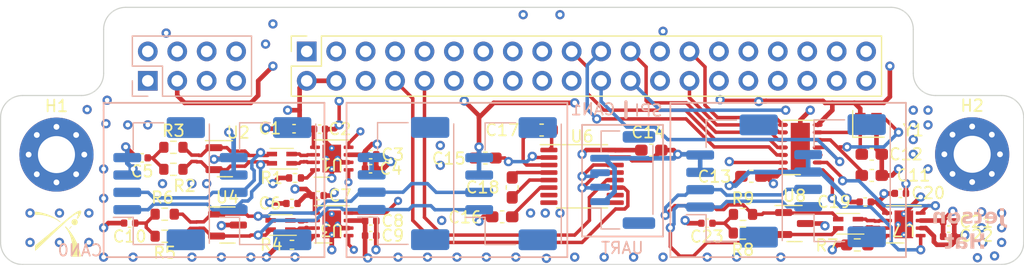
<source format=kicad_pcb>
(kicad_pcb (version 20221018) (generator pcbnew)
  (title_block (title "Jetson Hat Remake ") (rev "V2") (comment 1 "Made by Pedro Conde"))
  (layers (0 "F.Cu" signal) (1 "In1.Cu" signal) (2 "In2.Cu" signal) (31 "B.Cu" signal) (34 "B.Paste" user) (35 "F.Paste" user) (36 "B.SilkS" user "B.Silkscreen") (37 "F.SilkS" user "F.Silkscreen") (38 "B.Mask" user) (39 "F.Mask" user) (44 "Edge.Cuts" user))
  (net 0 "")
  (net 1 "+5V")
  (net 2 "GND")
  (net 3 "/CAN BUS 0/TERM_CAPA")
  (net 4 "/CAN BUS 1/TERM_CAPA")
  (net 5 "+3V3")
  (net 6 "/CAN BUS SPI/TERM_CAPA")
  (net 7 "/I2C_GP5_DAT")
  (net 8 "/I2C_GP5_CLK")
  (net 9 "/MCLK05")
  (net 10 "/UART1_TX")
  (net 11 "/UART1_RX")
  (net 12 "/UART1_RTS")
  (net 13 "/I2S2_CLK")
  (net 14 "/PWM01")
  (net 15 "/GPIO27_PWM2")
  (net 16 "/GPIO8_AO_DMIC_IN_DAT")
  (net 17 "/GPIO35_PWM3")
  (net 18 "/SPI1_MOSI")
  (net 19 "/SPI1_MISO")
  (net 20 "/GPIO17_40HEADER")
  (net 21 "/SPI1_SCK")
  (net 22 "/SPI1_CS0")
  (net 23 "/SPI1_CS1")
  (net 24 "/I2C_GP2_DAT")
  (net 25 "/I2C_GP2_CLK")
  (net 26 "/CAN0_DIN")
  (net 27 "/CAN0_DOUT")
  (net 28 "/GPIO9_CAN1_GPIO0_DMIC_CLK")
  (net 29 "/CAN1_DOUT")
  (net 30 "/I2S_FS")
  (net 31 "/UART1_CTS")
  (net 32 "/CAN1_DIN")
  (net 33 "/I2S_SDIN")
  (net 34 "/I2S_SDOUT")
  (net 35 "/RS232 to UART/RIN1")
  (net 36 "/RS232 to UART/DOUT1")
  (net 37 "/CAN BUS SPI/CAN+")
  (net 38 "/CAN BUS SPI/CAN-")
  (net 39 "/CAN BUS 1/CAN_SILENT_1")
  (net 40 "Net-(U7-S)")
  (net 41 "/CAN BUS SPI/CHS_P")
  (net 42 "/CAN BUS SPI/CHS_N")
  (net 43 "/CAN BUS SPI/TDX_SPI")
  (net 44 "/CAN BUS SPI/RDX_SPI")
  (net 50 "/CAN BUS 0/CH0+")
  (net 51 "/CAN BUS 0/CH0-")
  (net 52 "/CAN BUS 1/CH1+")
  (net 53 "/CAN BUS 1/CH1-")
  (net 54 "/CAN BUS 0/CAN+")
  (net 55 "/CAN BUS 0/CAN-")
  (net 56 "/CAN BUS 1/CAN+")
  (net 57 "/CAN BUS 1/CAN-")
  (net 58 "/RS232 to UART/C1+")
  (net 59 "/RS232 to UART/C1-")
  (net 60 "/RS232 to UART/C2-")
  (net 61 "/RS232 to UART/C2+")
  (net 62 "/RS232 to UART/V+")
  (net 63 "/RS232 to UART/V-")
  (net 64 "/SPI to CAN/OSC2")
  (net 65 "/SPI to CAN/OSC1")
  (net 66 "/CAN BUS 0/CAN_SILENT_1")
  (footprint "Crystal:Crystal_SMD_2016-4Pin_2.0x1.6mm" (layer "F.Cu") (at 175.195 101.515)
    (fp_text reference "Y1")
    (fp_text value "CN4040M00010T1521016" hide)
  )
  (footprint "Resistor_SMD:R_0603_1608Metric" (layer "F.Cu") (at 114.49 109.317963)
    (fp_text reference "R6")
    (fp_text value "60R" hide)
  )
  (footprint "Resistor_SMD:R_0402_1005Metric" (layer "F.Cu") (at 125.46771 111.961282 180)
    (fp_text reference "R4")
    (fp_text value "4k7" hide)
  )
  (footprint "Capacitor_SMD:C_0402_1005Metric" (layer "F.Cu") (at 127.848744 101.965864)
    (fp_text reference "C2")
    (fp_text value "100nF" hide)
  )
  (footprint "Capacitor_SMD:C_0603_1608Metric_Pad1.08x0.95mm_HandSolder" (layer "F.Cu") (at 175.4875 104.14)
    (fp_text reference "C12")
    (fp_text value "22pF" hide)
  )
  (footprint "Capacitor_SMD:C_0603_1608Metric_Pad1.08x0.95mm_HandSolder" (layer "F.Cu") (at 143.605 109.545 180)
    (fp_text reference "C16")
    (fp_text value "0.1uF" hide)
  )
  (footprint "Resistor_SMD:R_0603_1608Metric" (layer "F.Cu") (at 114.49 111.222963 180)
    (fp_text reference "R5")
    (fp_text value "60R" hide)
  )
  (footprint "Capacitor_SMD:C_0402_1005Metric" (layer "F.Cu") (at 132.255862 111.169999)
    (fp_text reference "C9")
    (fp_text value "4.7uF" hide)
  )
  (footprint "Capacitor_SMD:C_0402_1005Metric" (layer "F.Cu") (at 125.46686 108.391924 180)
    (fp_text reference "C6")
    (fp_text value "4.7uF" hide)
  )
  (footprint "Capacitor_SMD:C_0402_1005Metric" (layer "F.Cu") (at 161.262741 110.099321 180)
    (fp_text reference "C23")
    (fp_text value "4.7nF" hide)
  )
  (footprint "Capacitor_SMD:C_0402_1005Metric" (layer "F.Cu") (at 125.648853 101.930759 180)
    (fp_text reference "C1")
    (fp_text value "4.7uF" hide)
  )
  (footprint "0_various:HVSON-8-1EP_3x3mm_P0.65mm_EP1.6x2.4mm_ThermalVias" (layer "F.Cu") (at 178.255 110.195 180)
    (fp_text reference "U7")
    (fp_text value "TCAN1051HGVDRBRQ1" hide)
  )
  (footprint "Capacitor_SMD:C_0402_1005Metric" (layer "F.Cu") (at 177.955 107.516971)
    (fp_text reference "C20")
    (fp_text value "100nF" hide)
  )
  (footprint "Capacitor_SMD:C_0402_1005Metric" (layer "F.Cu") (at 127.722171 107.707929)
    (fp_text reference "C7")
    (fp_text value "100nF" hide)
  )
  (footprint "Resistor_SMD:R_0603_1608Metric" (layer "F.Cu") (at 115.2375 105.44 180)
    (fp_text reference "R2")
    (fp_text value "60R" hide)
  )
  (footprint "Resistor_SMD:R_0402_1005Metric" (layer "F.Cu") (at 125.731577 106.185531 180)
    (fp_text reference "R1")
    (fp_text value "4k7" hide)
  )
  (footprint "Connector_PinSocket_2.54mm:PinSocket_2x20_P2.54mm_Vertical" (layer "F.Cu") (at 126.741 95.25 90)
    (fp_text reference "J5" hide)
    (fp_text value "02x20 2.54 mm Female Socket" hide)
  )
  (footprint "Capacitor_SMD:C_0603_1608Metric_Pad1.08x0.95mm_HandSolder" (layer "F.Cu") (at 165.1 106.045 180)
    (fp_text reference "C13")
    (fp_text value "0.1uF" hide)
  )
  (footprint "0_various:HVSON-8-1EP_3x3mm_P0.65mm_EP1.6x2.4mm_ThermalVias" (layer "F.Cu") (at 128.905 104.51 180)
    (fp_text reference "U1")
    (fp_text value "TCAN1051HGVDRBRQ1" hide)
  )
  (footprint "Package_TO_SOT_SMD:SOT-23" (layer "F.Cu") (at 119.6825 104.520077)
    (fp_text reference "U2" hide)
    (fp_text value "PESD2CANFD27V-TR" hide)
  )
  (footprint "Capacitor_SMD:C_0603_1608Metric_Pad1.08x0.95mm_HandSolder" (layer "F.Cu") (at 175.488988 105.969439)
    (fp_text reference "C11")
    (fp_text value "22pF" hide)
  )
  (footprint "Capacitor_SMD:C_0402_1005Metric" (layer "F.Cu") (at 174.926406 108.2632 180)
    (fp_text reference "C19")
    (fp_text value "4.7uF" hide)
  )
  (footprint "Capacitor_SMD:C_0402_1005Metric" (layer "F.Cu") (at 182.125 109.972274)
    (fp_text reference "C21")
    (fp_text value "100nF" hide)
  )
  (footprint "Resistor_SMD:R_0603_1608Metric" (layer "F.Cu") (at 164.38 109.337274)
    (fp_text reference "R9")
    (fp_text value "60R" hide)
  )
  (footprint "Capacitor_SMD:C_0402_1005Metric" (layer "F.Cu") (at 112.542263 104.450837 180)
    (fp_text reference "C5")
    (fp_text value "4.7nF" hide)
  )
  (footprint "Capacitor_SMD:C_0402_1005Metric" (layer "F.Cu") (at 132.248535 105.390077)
    (fp_text reference "C4")
    (fp_text value "4.7uF" hide)
  )
  (footprint "Resistor_SMD:R_0603_1608Metric_Pad0.98x0.95mm_HandSolder" (layer "F.Cu") (at 174.237555 111.97499 180)
    (fp_text reference "R7")
    (fp_text value "10k" hide)
  )
  (footprint "Package_SO:TSSOP-16_4.4x5mm_P0.65mm" (layer "F.Cu") (at 150.495 106.045)
    (fp_text reference "U6")
    (fp_text value "TRSF3232EIPWR" hide)
  )
  (footprint "MountingHole:MountingHole_3.2mm_M3_Pad_Via" (layer "F.Cu") (at 105.151 104.167944)
    (fp_text reference "H1")
    (fp_text value "M3")
  )
  (footprint "Package_DFN_QFN:DFN-14-1EP_3x4.5mm_P0.65mm_EP1.65x4.25mm" (layer "F.Cu") (at 169.3225 103.55 180)
    (fp_text reference "U5" hide)
    (fp_text value "MCP2517FD-xJHA" hide)
  )
  (footprint "Package_TO_SOT_SMD:SOT-23" (layer "F.Cu") (at 119.903994 110.255451)
    (fp_text reference "U4")
    (fp_text value "PESD2CANFD27V-TR" hide)
  )
  (footprint "Resistor_SMD:R_0603_1608Metric" (layer "F.Cu") (at 115.2375 103.535)
    (fp_text reference "R3")
    (fp_text value "60R" hide)
  )
  (footprint "Package_TO_SOT_SMD:SOT-23" (layer "F.Cu") (at 168.828127 110.125147)
    (fp_text reference "U8")
    (fp_text value "PESD2CANFD27V-TR" hide)
  )
  (footprint "Capacitor_SMD:C_0402_1005Metric" (layer "F.Cu") (at 132.26 104.17)
    (fp_text reference "C3")
    (fp_text value "100nF" hide)
  )
  (footprint "LOGO" (layer "F.Cu") (at 105.3084 110.998)
    (fp_text reference "G***" hide)
    (fp_text value "LOGO" hide)
  )
  (footprint "Capacitor_SMD:C_0603_1608Metric_Pad1.08x0.95mm_HandSolder" (layer "F.Cu") (at 144.4675 107.005 90)
    (fp_text reference "C18")
    (fp_text value "0.1uF" hide)
  )
  (footprint "0_various:HVSON-8-1EP_3x3mm_P0.65mm_EP1.6x2.4mm_ThermalVias" (layer "F.Cu") (at 128.905 110.195 180)
    (fp_text reference "U3")
    (fp_text value "TCAN1051HGVDRBRQ1" hide)
  )
  (footprint "Capacitor_SMD:C_0402_1005Metric" (layer "F.Cu") (at 182.125 111.242274)
    (fp_text reference "C22")
    (fp_text value "4.7uF" hide)
  )
  (footprint "Capacitor_SMD:C_0603_1608Metric_Pad1.08x0.95mm_HandSolder" (layer "F.Cu") (at 156.471608 103.78137)
    (fp_text reference "C14")
    (fp_text value "0.1uF" hide)
  )
  (footprint "MountingHole:MountingHole_3.2mm_M3_Pad_Via" (layer "F.Cu") (at 184.15 104.14)
    (fp_text reference "H2")
    (fp_text value "M3")
  )
  (footprint "0_inductor:ACE1V2012-222-R" (layer "F.Cu") (at 124.477656 110.255 90)
    (fp_text reference "FL2" hide)
    (fp_text value "ACE1V2012-222-R" hide)
  )
  (footprint "Capacitor_SMD:C_0603_1608Metric_Pad1.08x0.95mm_HandSolder" (layer "F.Cu") (at 142.155 104.465 180)
    (fp_text reference "C15")
    (fp_text value "0.1uF" hide)
  )
  (footprint "0_inductor:ACE1V2012-222-R" (layer "F.Cu") (at 124.581824 104.520077 90)
    (fp_text reference "FL1" hide)
    (fp_text value "ACE1V2012-222-R" hide)
  )
  (footprint "Capacitor_SMD:C_0402_1005Metric" (layer "F.Cu") (at 132.26 109.9)
    (fp_text reference "C8")
    (fp_text value "100nF" hide)
  )
  (footprint "0_inductor:ACE1V2012-222-R" (layer "F.Cu") (at 173.441362 110.147263 90)
    (fp_text reference "FL3" hide)
    (fp_text value "ACE1V2012-222-R" hide)
  )
  (footprint "Resistor_SMD:R_0603_1608Metric" (layer "F.Cu") (at 164.366146 110.950028 180)
    (fp_text reference "R8")
    (fp_text value "60R" hide)
  )
  (footprint "Capacitor_SMD:C_0603_1608Metric_Pad1.08x0.95mm_HandSolder" (layer "F.Cu") (at 147.0075 102.046925 180)
    (fp_text reference "C17")
    (fp_text value "0.1uF" hide)
  )
  (footprint "Capacitor_SMD:C_0402_1005Metric" (layer "F.Cu") (at 111.466039 110.087224 180)
    (fp_text reference "C10")
    (fp_text value "4.7nF" hide)
  )
  (footprint "Connector_Molex:Molex_CLIK-Mate_505405-0470_1x04-1MP_P1.50mm_Vertical" (layer "B.Cu") (at 144.370063 106.683116 90)
    (fp_text reference "J4" hide)
    (fp_text value "CLIK-Mate 502584" hide)
  )
  (footprint "Connector_JST:JST_GH_BM04B-GHS-TBT_1x04-1MP_P1.25mm_Vertical" (layer "B.Cu") (at 154.000144 106.361024 90)
    (fp_text reference "J7" hide)
    (fp_text value "Conn_01x04" hide)
  )
  (footprint "Connector_Molex:Molex_CLIK-Mate_505405-0470_1x04-1MP_P1.50mm_Vertical" (layer "B.Cu") (at 172.750423 106.422272 90)
    (fp_text reference "J9" hide)
    (fp_text value "CLIK-Mate 502584" hide)
  )
  (footprint "Connector_Molex:Molex_CLIK-Mate_505405-0470_1x04-1MP_P1.50mm_Vertical" (layer "B.Cu") (at 163.435 106.45 90)
    (fp_text reference "J8" hide)
    (fp_text value "CLIK-Mate 502584" hide)
  )
  (footprint "Connector_PinSocket_2.54mm:PinSocket_2x04_P2.54mm_Vertical" (layer "B.Cu") (at 113.03 97.79 -90)
    (fp_text reference "J6" hide)
    (fp_text value "02x04 2.54mm Pin Headers" hide)
  )
  (footprint "Connector_Molex:Molex_CLIK-Mate_505405-0470_1x04-1MP_P1.50mm_Vertical" (layer "B.Cu") (at 123.19 106.68 90)
    (fp_text reference "J2" hide)
    (fp_text value "CLIK-Mate 502584" hide)
  )
  (footprint "Connector_Molex:Molex_CLIK-Mate_505405-0470_1x04-1MP_P1.50mm_Vertical" (layer "B.Cu") (at 135.092765 106.66868 90)
    (fp_text reference "J3" hide)
    (fp_text value "CLIK-Mate 502584" hide)
  )
  (footprint "Connector_Molex:Molex_CLIK-Mate_505405-0470_1x04-1MP_P1.50mm_Vertical" (layer "B.Cu") (at 114.009758 106.68 90)
    (fp_text reference "J1" hide)
    (fp_text value "CLIK-Mate 502584" hide)
  )
  (gr_line (start 130.175 113.03) (end 130.175 99.695) (stroke (width 0.15)) (layer "B.SilkS"))
  (gr_line (start 154.2796 99.6188) (end 154.2796 100.9396) (stroke (width 0.3)) (layer "B.SilkS"))
  (gr_line (start 149.225 113.03) (end 130.175 113.03) (stroke (width 0.15)) (layer "B.SilkS"))
  (gr_line (start 150.495 101.6) (end 150.495 111.252) (stroke (width 0.15)) (layer "B.SilkS"))
  (gr_line (start 158.115 113.03) (end 178.435 113.03) (stroke (width 0.15)) (layer "B.SilkS"))
  (gr_line (start 158.115 99.695) (end 158.115 113.03) (stroke (width 0.15)) (layer "B.SilkS"))
  (gr_line (start 109.22 113.03) (end 109.22 100.33) (stroke (width 0.15)) (layer "B.SilkS"))
  (gr_line (start 128.27 99.695) (end 109.22 99.695) (stroke (width 0.15)) (layer "B.SilkS"))
  (gr_line (start 178.435 99.695) (end 158.115 99.695) (stroke (width 0.15)) (layer "B.SilkS"))
  (gr_line (start 157.48 101.6) (end 150.495 101.6) (stroke (width 0.15)) (layer "B.SilkS"))
  (gr_line (start 149.225 99.695) (end 149.225 113.03) (stroke (width 0.15)) (layer "B.SilkS"))
  (gr_line (start 178.435 113.03) (end 178.435 99.695) (stroke (width 0.15)) (layer "B.SilkS"))
  (gr_line (start 109.22 100.33) (end 109.22 99.695) (stroke (width 0.15)) (layer "B.SilkS"))
  (gr_line (start 150.495741 111.245516) (end 157.480741 111.245516) (stroke (width 0.15)) (layer "B.SilkS"))
  (gr_line (start 128.27 99.695) (end 128.27 113.03) (stroke (width 0.15)) (layer "B.SilkS"))
  (gr_line (start 157.48 111.252) (end 157.48 101.6) (stroke (width 0.15)) (layer "B.SilkS"))
  (gr_line (start 128.27 113.03) (end 109.22 113.03) (stroke (width 0.15)) (layer "B.SilkS"))
  (gr_line (start 130.175 99.695) (end 149.225 99.695) (stroke (width 0.15)) (layer "B.SilkS"))
  (gr_line (start 111.125 91.44) (end 177.165 91.44) (stroke (width 0.1)) (layer "Edge.Cuts"))
  (gr_line (start 186.69 113.665) (end 102.235 113.665) (stroke (width 0.1)) (layer "Edge.Cuts"))
  (gr_arc (start 100.33 100.965) (mid 100.887962 99.617962) (end 102.235 99.06) (stroke (width 0.1)) (layer "Edge.Cuts"))
  (gr_line (start 179.07 93.345) (end 179.07 97.155) (stroke (width 0.1)) (layer "Edge.Cuts"))
  (gr_line (start 102.235 99.06) (end 107.315 99.06) (stroke (width 0.1)) (layer "Edge.Cuts"))
  (gr_arc (start 180.975 99.06) (mid 179.627962 98.502038) (end 179.07 97.155) (stroke (width 0.1)) (layer "Edge.Cuts"))
  (gr_line (start 109.22 97.155) (end 109.22 93.345) (stroke (width 0.1)) (layer "Edge.Cuts"))
  (gr_arc (start 102.235 113.665) (mid 100.887962 113.107038) (end 100.33 111.76) (stroke (width 0.1)) (layer "Edge.Cuts"))
  (gr_arc (start 177.165 91.44) (mid 178.512038 91.997962) (end 179.07 93.345) (stroke (width 0.1)) (layer "Edge.Cuts"))
  (gr_arc (start 188.595 111.761143) (mid 188.038646 113.104301) (end 186.695488 113.660656) (stroke (width 0.1)) (layer "Edge.Cuts"))
  (gr_line (start 100.33 111.76) (end 100.33 100.965) (stroke (width 0.1)) (layer "Edge.Cuts"))
  (gr_arc (start 109.22 93.345) (mid 109.777962 91.997962) (end 111.125 91.44) (stroke (width 0.1)) (layer "Edge.Cuts"))
  (gr_line (start 188.595 100.965) (end 188.595 111.76) (stroke (width 0.1)) (layer "Edge.Cuts"))
  (gr_line (start 180.975 99.06) (end 186.69 99.06) (stroke (width 0.1)) (layer "Edge.Cuts"))
  (gr_arc (start 109.22 97.155) (mid 108.662038 98.502038) (end 107.315 99.06) (stroke (width 0.1)) (layer "Edge.Cuts"))
  (gr_arc (start 186.69 99.06) (mid 188.037038 99.617962) (end 188.595 100.965) (stroke (width 0.1)) (layer "Edge.Cuts"))
  (gr_text "UART" (at 155.9052 112.8268) (layer "B.SilkS") (effects (font (size 1 1)) (justify left bottom mirror)))
  (gr_text "CAN0" (at 109.22 113.03) (layer "B.SilkS") (effects (font (size 1 1)) (justify left bottom mirror)))
  (gr_text "Jetson \nHat" (at 183.5404 112.522) (layer "B.SilkS") (effects (font (size 1.3 1.3) (thickness 0.2) bold) (justify bottom mirror)))
  (gr_text "SPI" (at 157.5308 100.9396) (layer "B.SilkS") (effects (font (size 1 1)) (justify left bottom mirror)))
  (gr_text "CAN1" (at 153.4668 100.838) (layer "B.SilkS") (effects (font (size 1 1)) (justify left bottom mirror)))
  (gr_text "U2\n" (at 120.83 102.265) (layer "F.SilkS") (effects (font (size 1 1))))
  (segment (start 127.242171 107.707929) (end 126.630855 107.707929) (width 0.4) (layer "F.Cu") (net 1))
  (segment (start 127.455 107.920758) (end 127.242171 107.707929) (width 0.4) (layer "F.Cu") (net 1))
  (segment (start 126.128853 100.33) (end 125.095 100.33) (width 0.4) (layer "F.Cu") (net 1))
  (segment (start 126.741 97.79) (end 129.281 97.79) (width 0.4) (layer "F.Cu") (net 1))
  (segment (start 127.368744 103.448744) (end 127.455 103.535) (width 0.4) (layer "F.Cu") (net 1))
  (segment (start 177.454027 107.537944) (end 177.475 107.516971) (width 0.4) (layer "F.Cu") (net 1))
  (segment (start 126.678422 107.14418) (end 127.242171 107.707929) (width 0.4) (layer "F.Cu") (net 1))
  (segment (start 176.542898 107.537944) (end 176.563871 107.516971) (width 0.4) (layer "F.Cu") (net 1))
  (segment (start 126.128853 101.930759) (end 126.128853 100.33) (width 0.4) (layer "F.Cu") (net 1))
  (segment (start 176.542898 107.537944) (end 177.454027 107.537944) (width 0.4) (layer "F.Cu") (net 1))
  (segment (start 127.368744 101.965864) (end 127.368744 103.448744) (width 0.4) (layer "F.Cu") (net 1))
  (segment (start 175.406406 108.2632) (end 176.037266 108.2632) (width 0.4) (layer "F.Cu") (net 1))
  (segment (start 125.73 107.14418) (end 126.678422 107.14418) (width 0.4) (layer "F.Cu") (net 1))
  (segment (start 176.037266 108.452266) (end 176.805 109.22) (width 0.4) (layer "F.Cu") (net 1))
  (segment (start 176.037266 108.2632) (end 176.037266 108.452266) (width 0.4) (layer "F.Cu") (net 1))
  (segment (start 176.542898 107.537944) (end 176.542898 107.757568) (width 0.4) (layer "F.Cu") (net 1))
  (segment (start 127.333639 101.930759) (end 127.368744 101.965864) (width 0.4) (layer "F.Cu") (net 1))
  (segment (start 126.630855 107.707929) (end 125.94686 108.391924) (width 0.4) (layer "F.Cu") (net 1))
  (segment (start 126.128853 100.33) (end 126.128853 98.402147) (width 0.4) (layer "F.Cu") (net 1))
  (segment (start 126.128853 98.402147) (end 126.741 97.79) (width 0.4) (layer "F.Cu") (net 1))
  (segment (start 127.455 109.22) (end 127.455 107.920758) (width 0.4) (layer "F.Cu") (net 1))
  (segment (start 176.542898 107.757568) (end 176.037266 108.2632) (width 0.4) (layer "F.Cu") (net 1))
  (segment (start 126.128853 101.930759) (end 127.333639 101.930759) (width 0.4) (layer "F.Cu") (net 1))
  (via (at 125.73 107.14418) (size 0.8) (drill 0.4) (layers "F.Cu" "B.Cu") (net 1))
  (via (at 176.542898 107.537944) (size 0.8) (drill 0.4) (layers "F.Cu" "B.Cu") (net 1))
  (via (at 125.095 100.33) (size 0.8) (drill 0.4) (layers "F.Cu" "B.Cu") (net 1))
  (segment (start 119.4305 110.255451) (end 119.38 110.305951) (width 0.4) (layer "F.Cu") (net 2))
  (segment (start 182.372 111.9632) (end 182.605 111.7302) (width 0.4) (layer "F.Cu") (net 2))
  (segment (start 174.446406 108.2632) (end 173.6682 108.2632) (width 0.4) (layer "F.Cu") (net 2))
  (segment (start 120.841494 110.255451) (end 119.4305 110.255451) (width 0.4) (layer "F.Cu") (net 2))
  (segment (start 129.405 104.51) (end 128.905 104.51) (width 0.4) (layer "F.Cu") (net 2))
  (segment (start 176.53 99.695) (end 173.99 99.695) (width 0.4) (layer "F.Cu") (net 2))
  (segment (start 125.168853 101.930759) (end 123.283403 101.930759) (width 0.4) (layer "F.Cu") (net 2))
  (segment (start 158.75 104.14) (end 158.39137 103.78137) (width 0.4) (layer "F.Cu") (net 2))
  (segment (start 166.3195 99.579581) (end 166.37 99.529081) (width 0.4) (layer "F.Cu") (net 2))
  (segment (start 158.39137 103.78137) (end 157.334108 103.78137) (width 0.4) (layer "F.Cu") (net 2))
  (segment (start 129.73 110.52) (end 129.405 110.195) (width 0.4) (layer "F.Cu") (net 2))
  (segment (start 133.369923 105.390077) (end 133.985 104.775) (width 0.4) (layer "F.Cu") (net 2))
  (segment (start 118.7955 104.520077) (end 118.745 104.570577) (width 0.4) (layer "F.Cu") (net 2))
  (segment (start 177.755 109.795) (end 178.255 109.295) (width 0.4) (layer "F.Cu") (net 2))
  (segment (start 177.240561 105.969439) (end 177.8 105.41) (width 0.4) (layer "F.Cu") (net 2))
  (segment (start 171.45 99.695) (end 171.284081 99.529081) (width 0.4) (layer "F.Cu") (net 2))
  (segment (start 112.062263 104.450837) (end 112.062263 104.442263) (width 0.4) (layer "F.Cu") (net 2))
  (segment (start 169.3225 101.1875) (end 170.18 100.33) (width 0.4) (layer "F.Cu") (net 2))
  (segment (start 169.775 102.675) (end 169.775 103.55) (width 0.4) (layer "F.Cu") (net 2))
  (segment (start 141.605 104.1525) (end 141.2925 104.465) (width 0.4) (layer "F.Cu") (net 2))
  (segment (start 120.62 104.520077) (end 118.7955 104.520077) (width 0.4) (layer "F.Cu") (net 2))
  (segment (start 181.102 111.9632) (end 182.372 111.9632) (width 0.4) (layer "F.Cu") (net 2))
  (segment (start 180.151752 110.52) (end 180.848 111.216248) (width 0.4) (layer "F.Cu") (net 2))
  (segment (start 172.085 99.695) (end 171.45 99.695) (width 0.4) (layer "F.Cu") (net 2))
  (segment (start 128.905 103.61) (end 128.905 105.41) (width 0.4) (layer "F.Cu") (net 2))
  (segment (start 160.782741 110.099321) (end 159.629321 110.099321) (width 0.4) (layer "F.Cu") (net 2))
  (segment (start 128.905 110.195) (end 129.405 110.195) (width 0.4) (layer "F.Cu") (net 2))
  (segment (start 178.255 110.695) (end 178.755 110.195) (width 0.4) (layer "F.Cu") (net 2))
  (segment (start 129.54 99.5305) (end 129.54 101.6) (width 0.3) (layer "F.Cu") (net 2))
  (segment (start 129.106756 107.4455) (end 128.844327 107.707929) (width 0.4) (layer "F.Cu") (net 2))
  (segment (start 141.605 100.965) (end 141.605 103.505) (width 0.4) (layer "F.Cu") (net 2))
  (segment (start 154.585 104.42) (end 154.82137 104.65637) (width 0.4) (layer "F.Cu") (net 2))
  (segment (start 128.405 104.51) (end 128.905 104.51) (width 0.4) (layer "F.Cu") (net 2))
  (segment (start 171.4575 100.9575) (end 171.4575 100.965) (width 0.4) (layer "F.Cu") (net 2))
  (segment (start 173.6682 108.2632) (end 173.355 107.95) (width 0.4) (layer "F.Cu") (net 2))
  (segment (start 182.605 111.242274) (end 183.397726 111.242274) (width 0.4) (layer "F.Cu") (net 2))
  (segment (start 179.705 110.52) (end 180.151752 110.52) (width 0.4) (layer "F.Cu") (net 2))
  (segment (start 130.355 104.835) (end 129.73 104.835) (width 0.4) (layer "F.Cu") (net 2))
  (segment (start 174.495 100.2) (end 173.99 99.695) (width 0.4) (layer "F.Cu") (net 2))
  (segment (start 169.3225 103.55) (end 169.3225 101.1875) (width 0.4) (layer "F.Cu") (net 2))
  (segment (start 128.905 109.295) (end 128.905 111.095) (width 0.4) (layer "F.Cu") (net 2))
  (segment (start 178.755 109.795) (end 178.255 109.295) (width 0.4) (layer "F.Cu") (net 2))
  (segment (start 180.848 111.216248) (end 180.848 111.7092) (width 0.4) (layer "F.Cu") (net 2))
  (segment (start 132.74 105.378612) (end 132.728535 105.390077) (width 0.4) (layer "F.Cu") (net 2))
  (segment (start 128.328744 101.965864) (end 128.328744 103.033744) (width 0.4) (layer "F.Cu") (net 2))
  (segment (start 166.37 99.529081) (end 162.5095 99.529081) (width 0.4) (layer "F.Cu") (net 2))
  (segment (start 176.35 104.14) (end 176.35 105.967951) (width 0.4) (layer "F.Cu") (net 2))
  (segment (start 128.328744 103.033744) (end 128.905 103.61) (width 0.4) (layer "F.Cu") (net 2))
  (segment (start 128.844327 107.707929) (end 128.202171 107.707929) (width 0.4) (layer "F.Cu") (net 2))
  (segment (start 172.085 100.33) (end 172.085 99.695) (width 0.4) (layer "F.Cu") (net 2))
  (segment (start 180.848 111.7092) (end 181.102 111.9632) (width 0.4) (layer "F.Cu") (net 2))
  (segment (start 163.195 106.8445) (end 163.438 106.8445) (width 0.4) (layer "F.Cu") (net 2))
  (segment (start 128.905 109.295) (end 128.905 110.195) (width 0.4) (layer "F.Cu") (net 2))
  (segment (start 128.905 110.195) (end 128.905 112.395) (width 0.4) (layer "F.Cu") (net 2))
  (segment (start 177.755 110.195) (end 177.755 109.795) (width 0.4) (layer "F.Cu") (net 2))
  (segment (start 141.992616 109.545) (end 141.605 109.932616) (width 0.4) (layer "F.Cu") (net 2))
  (segment (start 124.98686 108.391924) (end 123.631924 108.391924) (width 0.4) (layer "F.Cu") (net 2))
  (segment (start 169.765627 110.125147) (end 171.2495 110.125147) (width 0.4) (layer "F.Cu") (net 2))
  (segment (start 125.221577 106.185531) (end 124.319469 106.185531) (width 0.4) (layer "F.Cu") (net 2))
  (segment (start 109.622776 110.087224) (end 109.22 110.49) (width 0.4) (layer "F.Cu") (net 2))
  (segment (start 132.735862 111.169999) (end 132.735862 112.374138) (width 0.4) (layer "F.Cu") (net 2))
  (segment (start 132.735862 112.374138) (end 132.715 112.395) (width 0.4) (layer "F.Cu") (net 2))
  (segment (start 130.355 110.52) (end 129.73 110.52) (width 0.4) (layer "F.Cu") (net 2))
  (segment (start 182.605 111.7302) (end 182.605 111.242274) (width 0.4) (layer "F.Cu") (net 2))
  (segment (start 175.895 103.685) (end 176.35 104.14) (width 0.4) (layer "F.Cu") (net 2))
  (segment (start 171.2495 110.125147) (end 171.45 110.325647) (width 0.4) (layer "F.Cu") (net 2))
  (segment (start 110.986039 110.087224) (end 109.622776 110.087224) (width 0.4) (layer "F.Cu") (net 2))
  (segment (start 159.629321 110.099321) (end 159.385 109.855) (width 0.4) (layer "F.Cu") (net 2))
  (segment (start 172.50501 111.97499) (end 172.085 112.395) (width 0.4) (layer "F.Cu") (net 2))
  (segment (start 174.495 100.965) (end 174.495 100.2) (width 0.4) (layer "F.Cu") (net 2))
  (segment (start 132.74 111.165861) (end 132.735862 111.169999) (width 0.4) (layer "F.Cu") (net 2))
  (segment (start 140.335 99.5305) (end 141.605 100.8005) (width 0.4) (layer "F.Cu") (net 2))
  (segment (start 178.255 109.695) (end 178.755 110.195) (width 0.4) (layer "F.Cu") (net 2))
  (segment (start 123.264844 113.03) (end 124.333562 111.961282) (width 0.4) (layer "F.Cu") (net 2))
  (segment (start 112.062263 104.442263) (end 111.125 103.505) (width 0.4) (layer "F.Cu") (net 2))
  (segment (start 169.3225 102.675) (end 169.3225 103.55) (width 0.4) (layer "F.Cu") (net 2))
  (segment (start 128.905 105.41) (end 128.905 106.2095) (width 0.4) (layer "F.Cu") (net 2))
  (segment (start 123.283403 101.930759) (end 123.2405 101.887856) (width 0.4) (layer "F.Cu") (net 2))
  (segment (start 178.255 109.295) (end 178.255 109.2855) (width 0.4) (layer "F.Cu") (net 2))
  (segment (start 178.255 109.295) (end 178.255 109.695) (width 0.4) (layer "F.Cu") (net 2))
  (segment (start 128.328744 101.965864) (end 129.174136 101.965864) (width 0.4) (layer "F.Cu") (net 2))
  (segment (start 132.74 104.17) (end 132.74 105.378612) (width 0.4) (layer "F.Cu") (net 2))
  (segment (start 178.255 109.695) (end 177.755 110.195) (width 0.4) (layer "F.Cu") (net 2))
  (segment (start 141.605 100.8005) (end 141.605 100.965) (width 0.4) (layer "F.Cu") (net 2))
  (segment (start 142.7425 109.545) (end 141.992616 109.545) (width 0.4) (layer "F.Cu") (net 2))
  (segment (start 154.82137 104.65637) (end 156.459108 104.65637) (width 0.4) (layer "F.Cu") (net 2))
  (segment (start 132.74 109.9) (end 132.74 111.165861) (width 0.4) (layer "F.Cu") (net 2))
  (segment (start 182.605 109.972274) (end 182.605 111.242274) (width 0.4) (layer "F.Cu") (net 2))
  (segment (start 153.3575 104.42) (end 154.585 104.42) (width 0.4) (layer "F.Cu") (net 2))
  (segment (start 173.99 99.695) (end 172.085 99.695) (width 0.4) (layer "F.Cu") (net 2))
  (segment (start 178.255 109.2855) (end 179.705 107.8355) (width 0.4) (layer "F.Cu") (net 2))
  (segment (start 176.351488 105.969439) (end 177.240561 105.969439) (width 0.4) (layer "F.Cu") (net 2))
  (segment (start 171.284081 99.529081) (end 166.37 99.529081) (width 0.4) (layer "F.Cu") (net 2))
  (segment (start 177.0505 99.1745) (end 176.53 99.695) (width 0.4) (layer "F.Cu") (net 2))
  (segment (start 178.755 110.595) (end 178.255 111.095) (width 0.4) (layer "F.Cu") (net 2))
  (segment (start 132.728535 105.390077) (end 133.369923 105.390077) (width 0.4) (layer "F.Cu") (net 2))
  (segment (start 178.755 110.195) (end 178.755 110.595) (width 0.4) (layer "F.Cu") (net 2))
  (segment (start 156.459108 104.65637) (end 157.334108 103.78137) (width 0.4) (layer "F.Cu") (net 2))
  (segment (start 165.735 99.579581) (end 166.3195 99.579581) (width 0.4) (layer "F.Cu") (net 2))
  (segment (start 183.397726 111.242274) (end 183.515 111.125) (width 0.4) (layer "F.Cu") (net 2))
  (segment (start 170.8225 101.6) (end 171.4575 100.965) (width 0.4) (layer "F.Cu") (net 2))
  (segment (start 129.174136 101.965864) (end 129.54 101.6) (width 0.4) (layer "F.Cu") (net 2))
  (segment (start 175.895 102.065) (end 175.895 103.685) (width 0.4) (layer "F.Cu") (net 2))
  (segment (start 142.875 99.695) (end 141.605 100.965) (width 0.4) (layer "F.Cu") (net 2))
  (segment (start 173.325055 111.97499) (end 172.50501 111.97499) (width 0.4) (layer "F.Cu") (net 2))
  (segment (start 178.255 111.095) (end 178.255 110.695) (width 0.4) (layer "F.Cu") (net 2))
  (segment (start 124.319469 106.185531) (end 123.825 106.68) (width 0.4) (layer "F.Cu") (net 2))
  (segment (start 141.605 103.505) (end 141.605 104.1525) (width 0.4) (layer "F.Cu") (net 2))
  (segment (start 162.5095 99.529081) (end 162.405232 99.424813) (width 0.4) (layer "F.Cu") (net 2))
  (segment (start 178.755 110.195) (end 178.755 109.795) (width 0.4) (layer "F.Cu") (net 2))
  (segment (start 178.255 110.695) (end 177.755 110.195) (width 0.4) (layer "F.Cu") (net 2))
  (segment (start 129.73 104.835) (end 129.405 104.51) (width 0.4) (layer "F.Cu") (net 2))
  (segment (start 149.86 99.695) (end 142.875 99.695) (width 0.4) (layer "F.Cu") (net 2))
  (segment (start 163.438 106.8445) (end 164.2375 106.045) (width 0.4) (layer "F.Cu") (net 2))
  (segment (start 178.435 106.68) (end 178.435 107.516971) (width 0.4) (layer "F.Cu") (net 2))
  (segment (start 128.405 110.195) (end 128.905 110.195) (width 0.4) (layer "F.Cu") (net 2))
  (segment (start 177.0505 96.52) (end 177.0505 99.1745) (width 0.4) (layer "F.Cu") (net 2))
  (segment (start 124.333562 111.961282) (end 124.95771 111.961282) (width 0.4) (layer "F.Cu") (net 2))
  (segment (start 171.4575 100.9575) (end 172.085 100.33) (width 0.4) (layer "F.Cu") (net 2))
  (segment (start 123.631924 108.391924) (end 123.541114 108.301114) (width 0.4) (layer "F.Cu") (net 2))
  (via (at 179.07 101.6) (size 0.8) (drill 0.4) (layers "F.Cu" "B.Cu") (net 2))
  (via (at 142.24 113.03) (size 0.8) (drill 0.4) (layers "F.Cu" "B.Cu") (net 2))
  (via (at 111.125 103.505) (size 0.8) (drill 0.4) (layers "F.Cu" "B.Cu") (net 2))
  (via (at 123.825 106.68) (size 0.8) (drill 0.4) (layers "F.Cu" "B.Cu") (net 2))
  (via (at 138.264857 103.377802) (size 0.8) (drill 0.4) (layers "F.Cu" "B.Cu") (net 2))
  (via (at 114.3 106.68) (size 0.8) (drill 0.4) (layers "F.Cu" "B.Cu") (net 2))
  (via (at 148.59 109.22) (size 0.8) (drill 0.4) (layers "F.Cu" "B.Cu") (net 2))
  (via (at 139.7 113.03) (size 0.8) (drill 0.4) (layers "F.Cu" "B.Cu") (net 2))
  (via (at 107.7976 100.2792) (size 0.8) (drill 0.4) (layers "F.Cu" "B.Cu") (net 2))
  (via (at 137.16 113.03) (size 0.8) (drill 0.4) (layers "F.Cu" "B.Cu") (net 2))
  (via (at 163.83 113.03) (size 0.8) (drill 0.4) (layers "F.Cu" "B.Cu") (net 2))
  (via (at 186.69 110.49) (size 0.8) (drill 0.4) (layers "F.Cu" "B.Cu") (net 2))
  (via (at 162.405232 99.424813) (size 0.8) (drill 0.4) (layers "F.Cu" "B.Cu") (net 2))
  (via (at 179.07 104.14) (size 0.8) (drill 0.4) (layers "F.Cu" "B.Cu") (net 2))
  (via (at 133.985 104.775) (size 0.8) (drill 0.4) (layers "F.Cu" "B.Cu") (net 2))
  (via (at 177.8 105.41) (size 0.8) (drill 0.4) (layers "F.Cu" "B.Cu") (net 2))
  (via (at 161.29 113.03) (size 0.8) (drill 0.4) (layers "F.Cu" "B.Cu") (net 2))
  (via (at 179.07 100.33) (size 0.8) (drill 0.4) (layers "F.Cu" "B.Cu") (net 2))
  (via (at 132.715 112.395) (size 0.8) (drill 0.4) (layers "F.Cu" "B.Cu") (net 2))
  (via (at 109.22 110.49) (size 0.8) (drill 0.4) (layers "F.Cu" "B.Cu") (net 2))
  (via (at 118.11 106.68) (size 0.8) (drill 0.4) (layers "F.Cu" "B.Cu") (net 2))
  (via (at 147.4216 113.1316) (size 0.8) (drill 0.4) (layers "F.Cu" "B.Cu") (net 2))
  (via (at 123.541114 108.301114) (size 0.8) (drill 0.4) (layers "F.Cu" "B.Cu") (net 2))
  (via (at 149.86 99.695) (size 0.8) (drill 0.4) (layers "F.Cu" "B.Cu") (net 2))
  (via (at 186.69 109.22) (size 0.8) (drill 0.4) (layers "F.Cu" "B.Cu") (net 2))
  (via (at 120.015 102.235) (size 0.8) (drill 0.4) (layers "F.Cu" "B.Cu") (net 2))
  (via (at 171.45 110.325647) (size 0.8) (drill 0.4) (layers "F.Cu" "B.Cu") (net 2))
  (via (at 138.386197 109.862175) (size 0.8) (drill 0.4) (layers "F.Cu" "B.Cu") (net 2))
  (via (at 129.54 99.5305) (size 0.8) (drill 0.4) (layers "F.Cu" "B.Cu") (net 2))
  (via (at 180.34 105.41) (size 0.8) (drill 0.4) (layers "F.Cu" "B.Cu") (net 2))
  (via (at 107.95 109.22) (size 0.8) (drill 0.4) (layers "F.Cu" "B.Cu") (net 2))
  (via (at 109.5248 99.4664) (size 0.8) (drill 0.4) (layers "F.Cu" "B.Cu") (net 2))
  (via (at 144.78 113.03) (size 0.8) (drill 0.4) (layers "F.Cu" "B.Cu") (net 2))
  (via (at 109.22 107.95) (size 0.8) (drill 0.4) (layers "F.Cu" "B.Cu") (net 2))
  (via (at 109.22 105.41) (size 0.8) (drill 0.4) (layers "F.Cu" "B.Cu") (net 2))
  (via (at 105.41 109.22) (size 0.8) (drill 0.4) (layers "F.Cu" "B.Cu") (net 2))
  (via (at 163.195 106.8445) (size 0.8) (drill 0.4) (layers "F.Cu" "B.Cu") (net 2))
  (via (at 123.2405 101.887856) (size 0.8) (drill 0.4) (layers "F.Cu" "B.Cu") (net 2))
  (via (at 119.38 113.03) (size 0.8) (drill 0.4) (layers "F.Cu" "B.Cu") (net 2))
  (via (at 129.106756 107.4455) (size 0.8) (drill 0.4) (layers "F.Cu" "B.Cu") (net 2))
  (via (at 179.07 102.87) (size 0.8) (drill 0.4) (layers "F.Cu" "B.Cu") (net 2))
  (via (at 141.605 109.932616) (size 0.8) (drill 0.4) (layers "F.Cu" "B.Cu") (net 2))
  (via (at 107.95 111.76) (size 0.8) (drill 0.4) (layers "F.Cu" "B.Cu") (net 2))
  (via (at 102.87 109.22) (size 0.8) (drill 0.4) (layers "F.Cu" "B.Cu") (net 2))
  (via (at 149.86 113.03) (size 0.8) (drill 0.4) (layers "F.Cu" "B.Cu") (net 2))
  (via (at 180.34 101.6) (size 0.8) (drill 0.4) (layers "F.Cu" "B.Cu") (net 2))
  (via (at 109.4232 101.4984) (size 0.8) (drill 0.4) (layers "F.Cu" "B.Cu") (net 2))
  (via (at 111.3028 101.6) (size 0.8) (drill 0.4) (layers "F.Cu" "B.Cu") (net 2))
  (via (at 157.48 113.03) (size 0.8) (drill 0.4) (layers "F.Cu" "B.Cu") (net 2))
  (via (at 102.87 111.76) (size 0.8) (drill 0.4) (layers "F.Cu" "B.Cu") (net 2))
  (via (at 116.84 106.68) (size 0.8) (drill 0.4) (layers "F.Cu" "B.Cu") (net 2))
  (via (at 172.085 112.395) (size 0.8) (drill 0.4) (layers "F.Cu" "B.Cu") (net 2))
  (via (at 128.905 106.2095) (size 0.8) (drill 0.4) (layers "F.Cu" "B.Cu") (net 2))
  (via (at 170.18 100.33) (size 0.8) (drill 0.4) (layers "F.Cu" "B.Cu") (net 2))
  (via (at 167.64 113.03) (size 0.8) (drill 0.4) (layers "F.Cu" "B.Cu") (net 2))
  (via (at 109.22 113.03) (size 0.8) (drill 0.4) (layers "F.Cu" "B.Cu") (net 2))
  (via (at 121.92 113.03) (size 0.8) (drill 0.4) (layers "F.Cu" "B.Cu") (net 2))
  (via (at 125.73 113.03) (size 0.8) (drill 0.4) (layers "F.Cu" "B.Cu") (net 2))
  (via (at 154.94 113.03) (size 0.8) (drill 0.4) (layers "F.Cu" "B.Cu") (net 2))
  (via (at 186.0804 112.9284) (size 0.8) (drill 0.4) (layers "F.Cu" "B.Cu") (net 2))
  (via (at 119.38 110.305951) (size 0.8) (drill 0.4) (layers "F.Cu" "B.Cu") (net 2))
  (via (at 157.48 93.5095) (size 0.8) (drill 0.4) (layers "F.Cu" "B.Cu") (net 2))
  (via (at 113.03 101.6) (size 0.8) (drill 0.4) (layers "F.Cu" "B.Cu") (net 2))
  (via (at 178.435 106.68) (size 0.8) (drill 0.4) (layers "F.Cu" "B.Cu") (net 2))
  (via (at 177.0505 96.52) (size 0.8) (drill 0.4) (layers "F.Cu" "B.Cu") (net 2))
  (via (at 146.05 109.22) (size 0.8) (drill 0.4) (layers "F.Cu" "B.Cu") (net 2))
  (via (at 179.705 107.8355) (size 0.8) (drill 0.4) (layers "F.Cu" "B.Cu") (net 2))
  (via (at 129.54 101.6) (size 0.8) (drill 0.4) (layers "F.Cu" "B.Cu") (net 2))
  (via (at 128.905 112.395) (size 0.8) (drill 0.4) (layers "F.Cu" "B.Cu") (net 2))
  (via (at 111.76 105.41) (size 0.8) (drill 0.4) (layers "F.Cu" "B.Cu") (net 2))
  (via (at 140.335 99.5305) (size 0.8) (drill 0.4) (layers "F.Cu" "B.Cu") (net 2))
  (via (at 111.76 113.03) (size 0.8) (drill 0.4) (layers "F.Cu" "B.Cu") (net 2))
  (via (at 180.34 100.33) (size 0.8) (drill 0.4) (layers "F.Cu" "B.Cu") (net 2))
  (via (at 141.605 103.505) (size 0.8) (drill 0.4) (layers "F.Cu" "B.Cu") (net 2))
  (via (at 184.9628 110.49) (size 0.8) (drill 0.4) (layers "F.Cu" "B.Cu") (net 2))
  (via (at 183.515 111.125) (size 0.8) (drill 0.4) (layers "F.Cu" "B.Cu") (net 2))
  (via (at 185.0644 111.76) (size 0.8) (drill 0.4) (layers "F.Cu" "B.Cu") (net 2))
  (via (at 147.32 109.22) (size 0.8) (drill 0.4) (layers "F.Cu" "B.Cu") (net 2))
  (via (at 134.62 113.03) (size 0.8) (drill 0.4) (layers "F.Cu" "B.Cu") (net 2))
  (via (at 123.19 94.615) (size 0.8) (drill 0.4) (layers "F.Cu" "B.Cu") (net 2))
  (via (at 158.75 104.14) (size 0.8) (drill 0.4) (layers "F.Cu" "B.Cu") (net 2))
  (via (at 159.385 109.855) (size 0.8) (drill 0.4) (layers "F.Cu" "B.Cu") (net 2))
  (via (at 116.84 113.03) (size 0.8) (drill 0.4) (layers "F.Cu" "B.Cu") (net 2))
  (via (at 118.745 104.570577) (size 0.8) (drill 0.4) (layers "F.Cu" "B.Cu") (net 2))
  (via (at 138.264857 105.092747) (size 0.8) (drill 0.4) (layers "F.Cu" "B.Cu") (net 2))
  (via (at 173.355 107.95) (size 0.8) (drill 0.4) (layers "F.Cu" "B.Cu") (net 2))
  (via (at 105.41 111.76) (size 0.8) (drill 0.4) (layers "F.Cu" "B.Cu") (net 2))
  (via (at 186.69 111.76) (size 0.8) (drill 0.4) (layers "F.Cu" "B.Cu") (net 2))
  (via (at 152.4 113.03) (size 0.8) (drill 0.4) (layers "F.Cu" "B.Cu") (net 2))
  (via (at 184.6072 113.0808) (size 0.8) (drill 0.4) (layers "F.Cu" "B.Cu") (net 2))
  (via (at 165.735 99.579581) (size 0.8) (drill 0.4) (layers "F.Cu" "B.Cu") (net 2))
  (via (at 184.9628 109.1184) (size 0.8) (drill 0.4) (layers "F.Cu" "B.Cu") (net 2))
  (via (at 123.264844 113.03) (size 0.8) (drill 0.4) (layers "F.Cu" "B.Cu") (net 2))
  (segment (start 173.355 107.95) (end 171.077272 105.672272) (width 0.4) (layer "B.Cu") (net 2))
  (segment (start 170.000423 104.172272) (end 170.000423 105.672272) (width 0.4) (layer "B.Cu") (net 2))
  (segment (start 132.08 104.155915) (end 132.342765 104.41868) (width 0.4) (layer "B.Cu") (net 2))
  (segment (start 133.62868 104.41868) (end 132.342765 104.41868) (width 0.4) (layer "B.Cu") (net 2))
  (segment (start 152.050144 104.486024) (end 152.427962 104.486024) (width 0.4) (layer "B.Cu") (net 2))
  (segment (start 120.44 104.43) (end 120.44 105.93) (width 0.4) (layer "B.Cu") (net 2))
  (segment (start 111.259758 105.910242) (end 111.259758 105.93) (width 0.4) (layer "B.Cu") (net 2))
  (segment (start 154.305 104.486024) (end 158.403976 104.486024) (width 0.4) (layer "B.Cu") (net 2))
  (segment (start 171.077272 105.672272) (end 170.000423 105.672272) (width 0.4) (layer "B.Cu") (net 2))
  (segment (start 133.985 104.775) (end 133.62868 104.41868) (width 0.4) (layer "B.Cu") (net 2))
  (segment (start 152.050144 104.486024) (end 154.305 104.486024) (width 0.4) (layer "B.Cu") (net 2))
  (segment (start 158.403976 104.486024) (end 158.75 104.14) (width 0.4) (layer "B.Cu") (net 2))
  (segment (start 163.731148 106.8445) (end 164.903376 105.672272) (width 0.4) (layer "B.Cu") (net 2))
  (segment (start 120.299423 104.570577) (end 120.44 104.43) (width 0.4) (layer "B.Cu") (net 2))
  (segment (start 111.259758 104.909758) (end 111.76 105.41) (width 0.4) (layer "B.Cu") (net 2))
  (segment (start 169.439075 104.172272) (end 170.000423 104.172272) (width 0.4) (layer "B.Cu") (net 2))
  (segment (start 153.300144 107.363842) (end 152.427962 108.236024) (width 0.4) (layer "B.Cu") (net 2))
  (segment (start 111.259758 104.43) (end 111.259758 103.639758) (width 0.4) (layer "B.Cu") (net 2))
  (segment (start 160.625 104.14) (end 160.685 104.2) (width 0.4) (layer "B.Cu") (net 2))
  (segment (start 111.259758 104.43) (end 111.259758 104.909758) (width 0.4) (layer "B.Cu") (net 2))
  (segment (start 158.75 104.14) (end 160.625 104.14) (width 0.4) (layer "B.Cu") (net 2))
  (segment (start 132.342765 104.41868) (end 132.342765 105.91868) (width 0.4) (layer "B.Cu") (net 2))
  (segment (start 163.195 106.8445) (end 163.731148 106.8445) (width 0.4) (layer "B.Cu") (net 2))
  (segment (start 152.427962 104.486024) (end 153.300144 105.358206) (width 0.4) (layer "B.Cu") (net 2))
  (segment (start 164.903376 105.672272) (end 170.000423 105.672272) (width 0.4) (layer "B.Cu") (net 2))
  (segment (start 120.44 102.66) (end 120.015 102.235) (width 0.4) (layer "B.Cu") (net 2))
  (segment (start 153.300144 105.358206) (end 153.300144 107.363842) (width 0.4) (layer "B.Cu") (net 2))
  (segment (start 120.44 104.43) (end 120.44 102.66) (width 0.4) (layer "B.Cu") (net 2))
  (segment (start 118.745 104.570577) (end 120.299423 104.570577) (width 0.4) (layer "B.Cu") (net 2))
  (segment (start 141.605 105.918053) (end 141.620063 105.933116) (width 0.4) (layer "B.Cu") (net 2))
  (segment (start 141.605 103.505) (end 141.605 105.918053) (width 0.4) (layer "B.Cu") (net 2))
  (segment (start 152.427962 108.236024) (end 152.050144 108.236024) (width 0.4) (layer "B.Cu") (net 2))
  (segment (start 111.259758 103.639758) (end 111.125 103.505) (width 0.4) (layer "B.Cu") (net 2))
  (segment (start 160.685 104.2) (end 160.685 105.7) (width 0.4) (layer "B.Cu") (net 2))
  (segment (start 111.76 105.41) (end 111.259758 105.910242) (width 0.4) (layer "B.Cu") (net 2))
  (segment (start 113.496663 104.450837) (end 113.496663 104.524163) (width 0.3) (layer "F.Cu") (net 3))
  (segment (start 113.496663 104.450837) (end 114.4125 103.535) (width 0.3) (layer "F.Cu") (net 3))
  (segment (start 113.496663 104.524163) (end 114.4125 105.44) (width 0.3) (layer "F.Cu") (net 3))
  (segment (start 113.022263 104.450837) (end 113.496663 104.450837) (width 0.3) (layer "F.Cu") (net 3))
  (segment (start 112.895739 110.087224) (end 113.665 109.317963) (width 0.3) (layer "F.Cu") (net 4))
  (segment (start 111.946039 110.087224) (end 112.895739 110.087224) (width 0.3) (layer "F.Cu") (net 4))
  (segment (start 112.895739 110.453702) (end 113.665 111.222963) (width 0.3) (layer "F.Cu") (net 4))
  (segment (start 112.895739 110.087224) (end 112.895739 110.453702) (width 0.3) (layer "F.Cu") (net 4))
  (segment (start 181.645 109.858598) (end 181.645 109.972274) (width 0.4) (layer "F.Cu") (net 5))
  (segment (start 131.78 109.9) (end 131.78 111.165861) (width 0.4) (layer "F.Cu") (net 5))
  (segment (start 131.78 105.378612) (end 131.768535 105.390077) (width 0.4) (layer "F.Cu") (net 5))
  (segment (start 131.78 104.17) (end 131.78 103.86) (width 0.4) (layer "F.Cu") (net 5))
  (segment (start 132.3795 103.2605) (end 132.819192 103.2605) (width 0.4) (layer "F.Cu") (net 5))
  (segment (start 181.542726 109.87) (end 179.705 109.87) (width 0.4) (layer "F.Cu") (net 5))
  (segment (start 153.3575 103.77) (end 150.865 103.77) (width 0.4) (layer "F.Cu") (net 5))
  (segment (start 131.78 111.165861) (end 131.775862 111.169999) (width 0.4) (layer "F.Cu") (net 5))
  (segment (start 182.473669 109.062774) (end 182.440824 109.062774) (width 0.4) (layer "F.Cu") (net 5))
  (segment (start 165.9625 106.045) (end 167.2775 106.045) (width 0.4) (layer "F.Cu") (net 5))
  (segment (start 131.775862 111.169999) (end 131.775862 112.869372) (width 0.4) (layer "F.Cu") (net 5))
  (segment (start 131.775862 112.869372) (end 132.008245 113.101755) (width 0.4) (layer "F.Cu") (net 5))
  (segment (start 130.355 109.87) (end 131.75 109.87) (width 0.4) (layer "F.Cu") (net 5))
  (segment (start 131.765 104.185) (end 131.78 104.17) (width 0.4) (layer "F.Cu") (net 5))
  (segment (start 167.2775 106.045) (end 167.8225 105.5) (width 0.4) (layer "F.Cu") (net 5))
  (segment (start 150.865 103.77) (end 150.495 104.14) (width 0.4) (layer "F.Cu") (net 5))
  (segment (start 131.78 103.86) (end 132.3795 103.2605) (width 0.4) (layer "F.Cu") (net 5))
  (segment (start 130.355 104.185) (end 131.765 104.185) (width 0.4) (layer "F.Cu") (net 5))
  (segment (start 131.78 104.17) (end 131.78 105.378612) (width 0.4) (layer "F.Cu") (net 5))
  (segment (start 153.36887 103.78137) (end 153.3575 103.77) (width 0.4) (layer "F.Cu") (net 5))
  (segment (start 182.440824 109.062774) (end 181.645 109.858598) (width 0.4) (layer "F.Cu") (net 5))
  (segment (start 167.005 106.68) (end 166.37 106.045) (width 0.4) (layer "F.Cu") (net 5))
  (segment (start 166.37 106.045) (end 165.9625 106.045) (width 0.4) (layer "F.Cu") (net 5))
  (segment (start 181.645 109.972274) (end 181.542726 109.87) (width 0.4) (layer "F.Cu") (net 5))
  (segment (start 155.609108 103.78137) (end 153.36887 103.78137) (width 0.4) (layer "F.Cu") (net 5))
  (segment (start 131.75 109.87) (end 131.78 109.9) (width 0.4) (layer "F.Cu") (net 5))
  (segment (start 181.645 111.242274) (end 181.645 109.972274) (width 0.4) (layer "F.Cu") (net 5))
  (via (at 167.005 106.68) (size 0.8) (drill 0.4) (layers "F.Cu" "B.Cu") (net 5))
  (via (at 182.473669 109.062774) (size 0.8) (drill 0.4) (layers "F.Cu" "B.Cu") (net 5))
  (via (at 150.495 104.14) (size 0.8) (drill 0.4) (layers "F.Cu" "B.Cu") (net 5))
  (via (at 132.819192 103.2605) (size 0.8) (drill 0.4) (layers "F.Cu" "B.Cu") (net 5))
  (via (at 132.008245 113.101755) (size 0.8) (drill 0.4) (layers "F.Cu" "B.Cu") (net 5))
  (segment (start 162.792953 110.099321) (end 163.555 109.337274) (width 0.3) (layer "F.Cu") (net 6))
  (segment (start 163.541146 110.847514) (end 162.792953 110.099321) (width 0.3) (layer "F.Cu") (net 6))
  (segment (start 161.742741 110.099321) (end 162.792953 110.099321) (width 0.3) (layer "F.Cu") (net 6))
  (segment (start 163.541146 110.950028) (end 163.541146 110.847514) (width 0.3) (layer "F.Cu") (net 6))
  (via (at 114.6175 93.6625) (size 0.8) (drill 0.4) (layers "F.Cu" "B.Cu") (net 7))
  (segment (start 121.92 99.695) (end 116.205 99.695) (width 0.4) (layer "F.Cu") (net 8))
  (segment (start 115.57 99.06) (end 115.57 97.79) (width 0.4) (layer "F.Cu") (net 8))
  (segment (start 122.555 99.06) (end 121.92 99.695) (width 0.4) (layer "F.Cu") (net 8))
  (segment (start 122.555 97.79) (end 122.555 99.06) (width 0.4) (layer "F.Cu") (net 8))
  (segment (start 123.825 96.52) (end 122.555 97.79) (width 0.4) (layer "F.Cu") (net 8))
  (segment (start 116.205 99.695) (end 115.57 99.06) (width 0.4) (layer "F.Cu") (net 8))
  (via (at 123.825 96.52) (size 0.8) (drill 0.4) (layers "F.Cu" "B.Cu") (net 8))
  (segment (start 154.095 107.02) (end 154.445 107.37) (width 0.3) (layer "F.Cu") (net 10))
  (segment (start 153.385 108.87) (end 150.495 111.76) (width 0.3) (layer "F.Cu") (net 10))
  (segment (start 154.445 107.37) (end 154.445 108.606398) (width 0.3) (layer "F.Cu") (net 10))
  (segment (start 137.795 111.76) (end 135.89 109.855) (width 0.3) (layer "F.Cu") (net 10))
  (segment (start 135.89 109.855) (end 135.89 99.319) (width 0.3) (layer "F.Cu") (net 10))
  (segment (start 154.445 108.606398) (end 154.181398 108.87) (width 0.3) (layer "F.Cu") (net 10))
  (segment (start 153.3575 107.02) (end 154.095 107.02) (width 0.3) (layer "F.Cu") (net 10))
  (segment (start 135.89 99.319) (end 134.361 97.79) (width 0.3) (layer "F.Cu") (net 10))
  (segment (start 150.495 111.76) (end 137.795 111.76) (width 0.3) (layer "F.Cu") (net 10))
  (segment (start 154.181398 108.87) (end 153.385 108.87) (width 0.3) (layer "F.Cu") (net 10))
  (segment (start 153.3575 106.37) (end 152.62 106.37) (width 0.3) (layer "F.Cu") (net 11))
  (segment (start 151.13 107.86) (end 151.13 109.855) (width 0.3) (layer "F.Cu") (net 11))
  (segment (start 136.901 109.596) (end 136.901 97.79) (width 0.3) (layer "F.Cu") (net 11))
  (segment (start 149.86 111.125) (end 138.43 111.125) (width 0.3) (layer "F.Cu") (net 11))
  (segment (start 152.62 106.37) (end 151.13 107.86) (width 0.3) (layer "F.Cu") (net 11))
  (segment (start 138.43 111.125) (end 136.901 109.596) (width 0.3) (layer "F.Cu") (net 11))
  (segment (start 151.13 109.855) (end 149.86 111.125) (width 0.3) (layer "F.Cu") (net 11))
  (via (at 145.415 92.075) (size 0.8) (drill 0.4) (layers "F.Cu" "B.Cu") (net 16))
  (via (at 123.825 92.8745) (size 0.8) (drill 0.4) (layers "F.Cu" "B.Cu") (net 17))
  (via (at 148.59 92.075) (size 0.8) (drill 0.4) (layers "F.Cu" "B.Cu") (net 17))
  (segment (start 166.685824 102.87) (end 161.961053 102.87) (width 0.3) (layer "F.Cu") (net 18))
  (segment (start 152.4 100.33) (end 150.941 98.871) (width 0.3) (layer "F.Cu") (net 18))
  (segment (start 167.8225 103.55) (end 167.365824 103.55) (width 0.3) (layer "F.Cu") (net 18))
  (segment (start 167.365824 103.55) (end 166.685824 102.87) (width 0.3) (layer "F.Cu") (net 18))
  (segment (start 150.941 98.871) (end 150.941 96.59) (width 0.3) (layer "F.Cu") (net 18))
  (segment (start 159.421053 100.33) (end 152.4 100.33) (width 0.3) (layer "F.Cu") (net 18))
  (segment (start 161.961053 102.87) (end 159.421053 100.33) (width 0.3) (layer "F.Cu") (net 18))
  (segment (start 150.941 96.59) (end 149.601 95.25) (width 0.3) (layer "F.Cu") (net 18))
  (segment (start 151.765 101.0795) (end 159.463447 101.0795) (width 0.3) (layer "F.Cu") (net 19))
  (segment (start 159.463447 101.0795) (end 161.888947 103.505) (width 0.3) (layer "F.Cu") (net 19))
  (segment (start 161.888947 103.505) (end 166.613718 103.505) (width 0.3) (layer "F.Cu") (net 19))
  (segment (start 167.308718 104.2) (end 167.8225 104.2) (width 0.3) (layer "F.Cu") (net 19))
  (segment (start 166.613718 103.505) (end 167.308718 104.2) (width 0.3) (layer "F.Cu") (net 19))
  (via (at 151.765 101.0795) (size 0.8) (drill 0.4) (layers "F.Cu" "B.Cu") (net 19))
  (segment (start 150.941 96.45) (end 152.141 95.25) (width 0.3) (layer "B.Cu") (net 19))
  (segment (start 151.765 101.0795) (end 150.941 100.2555) (width 0.3) (layer "B.Cu") (net 19))
  (segment (start 150.941 100.2555) (end 150.941 96.45) (width 0.3) (layer "B.Cu") (net 19))
  (segment (start 172.72 104.775) (end 171.495 103.55) (width 0.3) (layer "F.Cu") (net 20))
  (segment (start 171.495 103.55) (end 170.8225 103.55) (width 0.3) (layer "F.Cu") (net 20))
  (via (at 172.72 104.775) (size 0.8) (drill 0.4) (layers "F.Cu" "B.Cu") (net 20))
  (segment (start 157.88265 102.87) (end 170.815 102.87) (width 0.3) (layer "B.Cu") (net 20))
  (segment (start 170.815 102.87) (end 172.72 104.775) (width 0.3) (layer "B.Cu") (net 20))
  (segment (start 152.141 97.79) (end 152.141 99.5655) (width 0.3) (layer "B.Cu") (net 20))
  (segment (start 154.361524 101.786024) (end 156.798674 101.786024) (width 0.3) (layer "B.Cu") (net 20))
  (segment (start 152.141 99.5655) (end 154.361524 101.786024) (width 0.3) (layer "B.Cu") (net 20))
  (segment (start 156.798674 101.786024) (end 157.88265 102.87) (width 0.3) (layer "B.Cu") (net 20))
  (segment (start 156.021 99.506) (end 156.021 96.59) (width 0.3) (layer "F.Cu") (net 21))
  (segment (start 167.8225 102.9) (end 167.42293 102.9) (width 0.3) (layer "F.Cu") (net 21))
  (segment (start 162.033159 102.235) (end 159.493159 99.695) (width 0.3) (layer "F.Cu") (net 21))
  (segment (start 156.21 99.695) (end 156.021 99.506) (width 0.3) (layer "F.Cu") (net 21))
  (segment (start 166.75793 102.235) (end 162.033159 102.235) (width 0.3) (layer "F.Cu") (net 21))
  (segment (start 156.021 96.59) (end 154.681 95.25) (width 0.3) (layer "F.Cu") (net 21))
  (segment (start 159.493159 99.695) (end 156.21 99.695) (width 0.3) (layer "F.Cu") (net 21))
  (segment (start 167.42293 102.9) (end 166.75793 102.235) (width 0.3) (layer "F.Cu") (net 21))
  (segment (start 163.274984 104.85) (end 167.8225 104.85) (width 0.3) (layer "F.Cu") (net 22))
  (segment (start 163.199984 104.775) (end 163.274984 104.85) (width 0.3) (layer "F.Cu") (net 22))
  (via (at 168.060304 100.329081) (size 0.8) (drill 0.4) (layers "F.Cu" "B.Cu") (net 22))
  (via (at 163.199984 104.775) (size 0.8) (drill 0.4) (layers "F.Cu" "B.Cu") (net 22))
  (segment (start 157.220081 100.329081) (end 154.681 97.79) (width 0.3) (layer "B.Cu") (net 22))
  (segment (start 168.060304 100.329081) (end 157.220081 100.329081) (width 0.3) (layer "B.Cu") (net 22))
  (segment (start 161.101 99.888629) (end 161.101 96.59) (width 0.3) (layer "F.Cu") (net 24))
  (segment (start 167.8225 101.6) (end 167.1875 100.965) (width 0.3) (layer "F.Cu") (net 24))
  (segment (start 167.1875 100.965) (end 162.177371 100.965) (width 0.3) (layer "F.Cu") (net 24))
  (segment (start 161.101 96.59) (end 159.761 95.25) (width 0.3) (layer "F.Cu") (net 24))
  (segment (start 162.177371 100.965) (end 161.101 99.888629) (width 0.3) (layer "F.Cu") (net 24))
  (segment (start 167.8225 102.25) (end 167.480036 102.25) (width 0.3) (layer "F.Cu") (net 25))
  (segment (start 167.480036 102.25) (end 166.830036 101.6) (width 0.3) (layer "F.Cu") (net 25))
  (segment (start 159.761 99.255735) (end 159.761 97.79) (width 0.3) (layer "F.Cu") (net 25))
  (segment (start 162.105265 101.6) (end 159.761 99.255735) (width 0.3) (layer "F.Cu") (net 25))
  (segment (start 166.830036 101.6) (end 162.105265 101.6) (width 0.3) (layer "F.Cu") (net 25))
  (segment (start 130.355 103.18149) (end 131.373245 102.163245) (width 0.3) (layer "F.Cu") (net 26))
  (segment (start 130.355 103.535) (end 130.355 103.18149) (width 0.3) (layer "F.Cu") (net 26))
  (via (at 131.373245 102.163245) (size 0.7) (drill 0.3) (layers "F.Cu" "B.Cu") (net 26))
  (segment (start 130.355 106.546244) (end 130.355 105.485) (width 0.3) (layer "F.Cu") (net 27))
  (segment (start 130.346904 106.55434) (end 130.355 106.546244) (width 0.3) (layer "F.Cu") (net 27))
  (via (at 130.346904 106.55434) (size 0.7) (drill 0.3) (layers "F.Cu" "B.Cu") (net 27))
  (segment (start 130.355 111.17) (end 130.355 111.94) (width 0.3) (layer "F.Cu") (net 29))
  (segment (start 130.355 111.94) (end 130.81 112.395) (width 0.3) (layer "F.Cu") (net 29))
  (via (at 130.81 112.395) (size 0.7) (drill 0.3) (layers "F.Cu" "B.Cu") (net 29))
  (segment (start 130.355 109.22) (end 133.56818 109.22) (width 0.3) (layer "F.Cu") (net 32))
  (segment (start 133.56818 109.22) (end 134.62 108.16818) (width 0.3) (layer "F.Cu") (net 32))
  (via (at 134.62 108.16818) (size 0.7) (drill 0.3) (layers "F.Cu" "B.Cu") (net 32))
  (segment (start 150.805661 106.795) (end 150.744503 106.795) (width 0.3) (layer "F.Cu") (net 35))
  (segment (start 150.744503 106.795) (end 150.495 107.044503) (width 0.3) (layer "F.Cu") (net 35))
  (segment (start 153.3575 105.72) (end 151.880661 105.72) (width 0.3) (layer "F.Cu") (net 35))
  (segment (start 151.880661 105.72) (end 150.805661 106.795) (width 0.3) (layer "F.Cu") (net 35))
  (via (at 150.495 107.044503) (size 0.8) (drill 0.4) (layers "F.Cu" "B.Cu") (net 35))
  (segment (start 150.495 107.044503) (end 151.991665 107.044503) (width 0.3) (layer "B.Cu") (net 35))
  (segment (start 151.991665 107.044503) (end 152.050144 106.986024) (width 0.3) (layer "B.Cu") (net 35))
  (segment (start 151.47 105.07) (end 150.495 106.045) (width 0.3) (layer "F.Cu") (net 36))
  (segment (start 153.3575 105.07) (end 151.47 105.07) (width 0.3) (layer "F.Cu") (net 36))
  (via (at 150.495 106.045) (size 0.8) (drill 0.4) (layers "F.Cu" "B.Cu") (net 36))
  (segment (start 150.495 106.045) (end 151.741168 106.045) (width 0.3) (layer "B.Cu") (net 36))
  (segment (start 151.741168 106.045) (end 152.050144 105.736024) (width 0.3) (layer "B.Cu") (net 36))
  (segment (start 176.117499 110.47) (end 175.545026 110.47) (width 0.3) (layer "F.Cu") (net 37))
  (segment (start 176.805 110.52) (end 176.167499 110.52) (width 0.3) (layer "F.Cu") (net 37))
  (segment (start 175.091363 110.422263) (end 174.966363 110.547263) (width 0.3) (layer "F.Cu") (net 37))
  (segment (start 175.545026 110.47) (end 175.497289 110.422263) (width 0.3) (layer "F.Cu") (net 37))
  (segment (start 174.966363 110.547263) (end 174.291362 110.547263) (width 0.3) (layer "F.Cu") (net 37))
  (segment (start 175.497289 110.422263) (end 175.091363 110.422263) (width 0.3) (layer "F.Cu") (net 37))
  (segment (start 176.167499 110.52) (end 176.117499 110.47) (width 0.3) (layer "F.Cu") (net 37))
  (segment (start 176.167499 109.87) (end 176.117499 109.92) (width 0.3) (layer "F.Cu") (net 38))
  (segment (start 176.805 109.87) (end 176.167499 109.87) (width 0.3) (layer "F.Cu") (net 38))
  (segment (start 174.966363 109.747263) (end 174.291362 109.747263) (width 0.3) (layer "F.Cu") (net 38))
  (segment (start 176.117499 109.92) (end 175.7555 109.92) (width 0.3) (layer "F.Cu") (net 38))
  (segment (start 175.7555 109.92) (end 175.707763 109.872263) (width 0.3) (layer "F.Cu") (net 38))
  (segment (start 175.707763 109.872263) (end 175.091363 109.872263) (width 0.3) (layer "F.Cu") (net 38))
  (segment (start 175.091363 109.872263) (end 174.966363 109.747263) (width 0.3) (layer "F.Cu") (net 38))
  (segment (start 125.97771 111.961282) (end 126.663718 111.961282) (width 0.3) (layer "F.Cu") (net 39))
  (segment (start 126.663718 111.961282) (end 127.455 111.17) (width 0.3) (layer "F.Cu") (net 39))
  (segment (start 175.150055 111.97499) (end 176.00001 111.97499) (width 0.3) (layer "F.Cu") (net 40))
  (segment (start 176.00001 111.97499) (end 176.805 111.17) (width 0.3) (layer "F.Cu") (net 40))
  (segment (start 172.041296 111.075147) (end 167.890627 111.075147) (width 0.3) (layer "F.Cu") (net 41))
  (segment (start 165.191146 110.950028) (end 165.366118 111.125) (width 0.3) (layer "F.Cu") (net 41))
  (segment (start 172.56918 110.547263) (end 172.041296 111.075147) (width 0.3) (layer "F.Cu") (net 41))
  (segment (start 166.46588 111.075147) (end 167.890627 111.075147) (width 0.3) (layer "F.Cu") (net 41))
  (segment (start 158.115 112.129548) (end 158.926858 112.941406) (width 0.3) (layer "F.Cu") (net 41))
  (segment (start 165.191146 111.033854) (end 165.191146 110.950028) (width 0.3) (layer "F.Cu") (net 41))
  (segment (start 166.416027 111.125) (end 166.46588 111.075147) (width 0.3) (layer "F.Cu") (net 41))
  (segment (start 158.926858 112.941406) (end 160.108594 112.941406) (width 0.3) (layer "F.Cu") (net 41))
  (segment (start 165.366118 111.125) (end 166.416027 111.125) (width 0.3) (layer "F.Cu") (net 41))
  (segment (start 164.449972 111.775028) (end 165.191146 111.033854) (width 0.3) (layer "F.Cu") (net 41))
  (segment (start 161.274972 111.775028) (end 164.449972 111.775028) (width 0.3) (layer "F.Cu") (net 41))
  (segment (start 172.591362 110.547263) (end 172.56918 110.547263) (width 0.3) (layer "F.Cu") (net 41))
  (segment (start 160.108594 112.941406) (end 161.274972 111.775028) (width 0.3) (layer "F.Cu") (net 41))
  (segment (start 158.115 110.49) (end 158.115 112.129548) (width 0.3) (layer "F.Cu") (net 41))
  (via (at 158.115 110.49) (size 0.8) (drill 0.4) (layers "F.Cu" "B.Cu") (net 41))
  (segment (start 158.75 108.585) (end 158.425661 108.909339) (width 0.3) (layer "B.Cu") (net 41))
  (segment (start 163.83 108.197272) (end 163.802272 108.225) (width 0.3) (layer "B.Cu") (net 41))
  (segment (start 167.725422 108.197272) (end 163.83 108.197272) (width 0.3) (layer "B.Cu") (net 41))
  (segment (start 170.000423 108.672272) (end 168.200422 108.672272) (width 0.3) (layer "B.Cu") (net 41))
  (segment (start 168.200422 108.672272) (end 167.725422 108.197272) (width 0.3) (layer "B.Cu") (net 41))
  (segment (start 160.685 108.7) (end 159.5 108.7) (width 0.3) (layer "B.Cu") (net 41))
  (segment (start 163.802272 108.225) (end 162.960001 108.225) (width 0.3) (layer "B.Cu") (net 41))
  (segment (start 162.485001 108.7) (end 160.685 108.7) (width 0.3) (layer "B.Cu") (net 41))
  (segment (start 162.960001 108.225) (end 162.485001 108.7) (width 0.3) (layer "B.Cu") (net 41))
  (segment (start 159.385 108.585) (end 158.75 108.585) (width 0.3) (layer "B.Cu") (net 41))
  (segment (start 158.425661 110.179339) (end 158.115 110.49) (width 0.3) (layer "B.Cu") (net 41))
  (segment (start 159.5 108.7) (end 159.385 108.585) (width 0.3) (layer "B.Cu") (net 41))
  (segment (start 158.425661 108.909339) (end 158.425661 110.179339) (width 0.3) (layer "B.Cu") (net 41))
  (segment (start 163.124035 108.512274) (end 164.38 108.512274) (width 0.3) (layer "F.Cu") (net 42))
  (segment (start 157.676161 109.407383) (end 158.498544 108.585) (width 0.3) (layer "F.Cu") (net 42))
  (segment (start 167.93548 109.22) (end 167.890627 109.175147) (width 0.3) (layer "F.Cu") (net 42))
  (segment (start 161.770057 108.585) (end 162.100022 108.914965) (width 0.3) (layer "F.Cu") (net 42))
  (segment (start 164.38 108.512274) (end 165.205 109.337274) (width 0.3) (layer "F.Cu") (net 42))
  (segment (start 165.205 109.337274) (end 166.026082 109.337274) (width 0.3) (layer "F.Cu") (net 42))
  (segment (start 162.721344 108.914965) (end 163.124035 108.512274) (width 0.3) (layer "F.Cu") (net 42))
  (segment (start 172.085 109.22) (end 167.93548 109.22) (width 0.3) (layer "F.Cu") (net 42))
  (segment (start 166.143356 109.22) (end 167.845774 109.22) (width 0.3) (layer "F.Cu") (net 42))
  (segment (start 172.591362 109.747263) (end 172.591362 109.726362) (width 0.3) (layer "F.Cu") (net 42))
  (segment (start 162.100022 108.914965) (end 162.721344 108.914965) (width 0.3) (layer "F.Cu") (net 42))
  (segment (start 166.026082 109.337274) (end 166.143356 109.22) (width 0.3) (layer "F.Cu") (net 42))
  (segment (start 167.845774 109.22) (end 167.890627 109.175147) (width 0.3) (layer "F.Cu") (net 42))
  (segment (start 172.591362 109.726362) (end 172.085 109.22) (width 0.3) (layer "F.Cu") (net 42))
  (segment (start 158.498544 108.585) (end 161.770057 108.585) (width 0.3) (layer "F.Cu") (net 42))
  (via (at 157.676161 109.407383) (size 0.8) (drill 0.4) (layers "F.Cu" "B.Cu") (net 42))
  (segment (start 163.619526 107.647272) (end 163.591798 107.675) (width 0.3) (layer "B.Cu") (net 42))
  (segment (start 162.485001 107.2) (end 160.685 107.2) (width 0.3) (layer "B.Cu") (net 42))
  (segment (start 159.885 107.2) (end 160.685 107.2) (width 0.3) (layer "B.Cu") (net 42))
  (segment (start 157.676161 109.407383) (end 157.676161 108.771021) (width 0.3) (layer "B.Cu") (net 42))
  (segment (start 157.676161 108.771021) (end 158.772182 107.675) (width 0.3) (layer "B.Cu") (net 42))
  (segment (start 163.591798 107.675) (end 162.960001 107.675) (width 0.3) (layer "B.Cu") (net 42))
  (segment (start 162.960001 107.675) (end 162.485001 107.2) (width 0.3) (layer "B.Cu") (net 42))
  (segment (start 168.200422 107.172272) (end 167.725422 107.647272) (width 0.3) (layer "B.Cu") (net 42))
  (segment (start 167.725422 107.647272) (end 163.619526 107.647272) (width 0.3) (layer "B.Cu") (net 42))
  (segment (start 158.772182 107.675) (end 159.41 107.675) (width 0.3) (layer "B.Cu") (net 42))
  (segment (start 170.000423 107.172272) (end 168.200422 107.172272) (width 0.3) (layer "B.Cu") (net 42))
  (segment (start 159.41 107.675) (end 159.885 107.2) (width 0.3) (layer "B.Cu") (net 42))
  (segment (start 179.705 112.395) (end 179.705 111.17) (width 0.3) (layer "F.Cu") (net 43))
  (segment (start 172.085 107.95) (end 172.085 106.31) (width 0.3) (layer "F.Cu") (net 43))
  (segment (start 171.275 105.5) (end 170.8225 105.5) (width 0.3) (layer "F.Cu") (net 43))
  (segment (start 172.085 106.31) (end 171.275 105.5) (width 0.3) (layer "F.Cu") (net 43))
  (via (at 172.085 107.95) (size 0.8) (drill 0.4) (layers "F.Cu" "B.Cu") (net 43))
  (via (at 179.705 112.395) (size 0.8) (drill 0.4) (layers "F.Cu" "B.Cu") (net 43))
  (segment (start 172.085 107.95) (end 172.835 108.7) (width 0.3) (layer "B.Cu") (net 43))
  (segment (start 172.835 108.7) (end 175.41147 108.7) (width 0.3) (layer "B.Cu") (net 43))
  (segment (start 175.41147 108.7) (end 177.165 110.45353) (width 0.3) (layer "B.Cu") (net 43))
  (segment (start 177.165 110.45353) (end 177.165 111.76) (width 0.3) (layer "B.Cu") (net 43))
  (segment (start 177.8 112.395) (end 179.705 112.395) (width 0.3) (layer "B.Cu") (net 43))
  (segment (start 177.165 111.76) (end 177.8 112.395) (width 0.3) (layer "B.Cu") (net 43))
  (segment (start 180.34 108.585) (end 179.705 109.22) (width 0.3) (layer "F.Cu") (net 44))
  (segment (start 172.967832 106.200368) (end 171.617464 104.85) (width 0.3) (layer "F.Cu") (net 44))
  (segment (start 180.975 108.585) (end 180.34 108.585) (width 0.3) (layer "F.Cu") (net 44))
  (segment (start 172.967832 106.432168) (end 172.967832 106.200368) (width 0.3) (layer "F.Cu") (net 44))
  (segment (start 171.617464 104.85) (end 170.8225 104.85) (width 0.3) (layer "F.Cu") (net 44))
  (via (at 180.975 108.585) (size 0.8) (drill 0.4) (layers "F.Cu" "B.Cu") (net 44))
  (via (at 172.967832 106.432168) (size 0.8) (drill 0.4) (layers "F.Cu" "B.Cu") (net 44))
  (segment (start 172.967832 106.432168) (end 174.377168 106.432168) (width 0.3) (layer "B.Cu") (net 44))
  (segment (start 174.377168 106.432168) (end 176.53 108.585) (width 0.3) (layer "B.Cu") (net 44))
  (segment (start 176.53 108.585) (end 180.975 108.585) (width 0.3) (layer "B.Cu") (net 44))
  (segment (start 117.264526 104.795077) (end 117.231949 104.7625) (width 0.3) (layer "F.Cu") (net 50))
  (segment (start 123.008704 104.795077) (end 122.758704 105.045077) (width 0.3) (layer "F.Cu") (net 50))
  (segment (start 123.481824 104.920077) (end 123.356824 104.795077) (width 0.3) (layer "F.Cu") (net 50))
  (segment (start 116.1375 105.44) (end 116.0625 105.44) (width 0.3) (layer "F.Cu") (net 50))
  (segment (start 122.758704 105.045077) (end 122.508704 104.795077) (width 0.3) (layer "F.Cu") (net 50))
  (segment (start 117.6325 104.795077) (end 117.264526 104.795077) (width 0.3) (layer "F.Cu") (net 50))
  (segment (start 123.731824 104.920077) (end 123.481824 104.920077) (width 0.3) (layer "F.Cu") (net 50))
  (segment (start 121.7075 104.795077) (end 121.7075 104.877185) (width 0.3) (layer "F.Cu") (net 50))
  (segment (start 123.356824 104.795077) (end 123.008704 104.795077) (width 0.3) (layer "F.Cu") (net 50))
  (segment (start 122.508704 104.795077) (end 121.7075 104.795077) (width 0.3) (layer "F.Cu") (net 50))
  (segment (start 117.231949 104.7625) (end 116.815 104.7625) (width 0.3) (layer "F.Cu") (net 50))
  (segment (start 118.745 105.470077) (end 118.3075 105.470077) (width 0.3) (layer "F.Cu") (net 50))
  (segment (start 121.414608 105.170077) (end 120.151251 105.170077) (width 0.3) (layer "F.Cu") (net 50))
  (segment (start 119.851251 105.470077) (end 118.745 105.470077) (width 0.3) (layer "F.Cu") (net 50))
  (segment (start 120.151251 105.170077) (end 119.851251 105.470077) (width 0.3) (layer "F.Cu") (net 50))
  (segment (start 118.3075 105.470077) (end 117.6325 104.795077) (width 0.3) (layer "F.Cu") (net 50))
  (segment (start 116.815 104.7625) (end 116.1375 105.44) (width 0.3) (layer "F.Cu") (net 50))
  (segment (start 121.7075 104.877185) (end 121.414608 105.170077) (width 0.3) (layer "F.Cu") (net 50))
  (via (at 122.758704 105.045077) (size 0.8) (drill 0.4) (layers "F.Cu" "B.Cu") (net 50))
  (segment (start 122.758704 106.611296) (end 121.99 107.38) (width 0.3) (layer "B.Cu") (net 50))
  (segment (start 118.639999 108.93) (end 120.44 108.93) (width 0.3) (layer "B.Cu") (net 50))
  (segment (start 113.534759 108.455) (end 118.164999 108.455) (width 0.3) (layer "B.Cu") (net 50))
  (segment (start 122.758704 105.045077) (end 122.758704 106.611296) (width 0.3) (layer "B.Cu") (net 50))
  (segment (start 121.19 108.18) (end 120.44 108.93) (width 0.3) (layer "B.Cu") (net 50))
  (segment (start 118.164999 108.455) (end 118.639999 108.93) (width 0.3) (layer "B.Cu") (net 50))
  (segment (start 121.99 107.38) (end 121.99 107.857818) (width 0.3) (layer "B.Cu") (net 50))
  (segment (start 113.059759 108.93) (end 113.534759 108.455) (width 0.3) (layer "B.Cu") (net 50))
  (segment (start 120.785 108.585) (end 121.285 108.585) (width 0.3) (layer "B.Cu") (net 50))
  (segment (start 121.667818 108.18) (end 121.19 108.18) (width 0.3) (layer "B.Cu") (net 50))
  (segment (start 111.259758 108.93) (end 113.059759 108.93) (width 0.3) (layer "B.Cu") (net 50))
  (segment (start 120.44 108.93) (end 120.785 108.585) (width 0.3) (layer "B.Cu") (net 50))
  (segment (start 121.99 107.857818) (end 121.667818 108.18) (width 0.3) (layer "B.Cu") (net 50))
  (segment (start 121.7075 104.162969) (end 121.414608 103.870077) (width 0.3) (layer "F.Cu") (net 51))
  (segment (start 123.731824 104.120077) (end 123.481824 104.120077) (width 0.3) (layer "F.Cu") (net 51))
  (segment (start 122.758704 103.995077) (end 122.508704 104.245077) (width 0.3) (layer "F.Cu") (net 51))
  (segment (start 123.481824 104.120077) (end 123.356824 104.245077) (width 0.3) (layer "F.Cu") (net 51))
  (segment (start 122.508704 104.245077) (end 121.7075 104.245077) (width 0.3) (layer "F.Cu") (net 51))
  (segment (start 117.475 104.245077) (end 117.442423 104.2125) (width 0.3) (layer "F.Cu") (net 51))
  (segment (start 117.6325 104.245077) (end 117.475 104.245077) (width 0.3) (layer "F.Cu") (net 51))
  (segment (start 123.008704 104.245077) (end 122.758704 103.995077) (width 0.3) (layer "F.Cu") (net 51))
  (segment (start 118.745 103.570077) (end 118.3075 103.570077) (width 0.3) (layer "F.Cu") (net 51))
  (segment (start 121.414608 103.870077) (end 120.151251 103.870077) (width 0.3) (layer "F.Cu") (net 51))
  (segment (start 123.356824 104.245077) (end 123.008704 104.245077) (width 0.3) (layer "F.Cu") (net 51))
  (segment (start 119.851251 103.570077) (end 118.745 103.570077) (width 0.3) (layer "F.Cu") (net 51))
  (segment (start 117.442423 104.2125) (end 116.815 104.2125) (width 0.3) (layer "F.Cu") (net 51))
  (segment (start 121.7075 104.245077) (end 121.7075 104.162969) (width 0.3) (layer "F.Cu") (net 51))
  (segment (start 118.3075 103.570077) (end 117.6325 104.245077) (width 0.3) (layer "F.Cu") (net 51))
  (segment (start 116.815 104.2125) (end 116.1375 103.535) (width 0.3) (layer "F.Cu") (net 51))
  (segment (start 120.151251 103.870077) (end 119.851251 103.570077) (width 0.3) (layer "F.Cu") (net 51))
  (segment (start 116.1375 103.535) (end 116.0625 103.535) (width 0.3) (layer "F.Cu") (net 51))
  (via (at 122.758704 103.995077) (size 0.8) (drill 0.4) (layers "F.Cu" "B.Cu") (net 51))
  (segment (start 122.008704 105.355738) (end 122.208704 105.555738) (width 0.3) (layer "B.Cu") (net 51))
  (segment (start 113.059759 107.43) (end 111.259758 107.43) (width 0.3) (layer "B.Cu") (net 51))
  (segment (start 113.534759 107.905) (end 113.059759 107.43) (width 0.3) (layer "B.Cu") (net 51))
  (segment (start 120.44 107.43) (end 118.639999 107.43) (width 0.3) (layer "B.Cu") (net 51))
  (segment (start 122.458704 104.295077) (end 122.448043 104.295077) (width 0.3) (layer "B.Cu") (net 51))
  (segment (start 118.639999 107.43) (end 118.164999 107.905) (width 0.3) (layer "B.Cu") (net 51))
  (segment (start 122.208704 106.383478) (end 121.162182 107.43) (width 0.3) (layer "B.Cu") (net 51))
  (segment (start 122.208704 105.555738) (end 122.208704 106.383478) (width 0.3) (layer "B.Cu") (net 51))
  (segment (start 118.164999 107.905) (end 113.534759 107.905) (width 0.3) (layer "B.Cu") (net 51))
  (segment (start 122.448043 104.295077) (end 122.008704 104.734416) (width 0.3) (layer "B.Cu") (net 51))
  (segment (start 120.44 107.43) (end 121.162182 107.43) (width 0.3) (layer "B.Cu") (net 51))
  (segment (start 122.758704 103.995077) (end 122.458704 104.295077) (width 0.3) (layer "B.Cu") (net 51))
  (segment (start 122.008704 104.734416) (end 122.008704 105.355738) (width 0.3) (layer "B.Cu") (net 51))
  (segment (start 123.627656 110.687344) (end 123.627656 110.655) (width 0.3) (layer "F.Cu") (net 52))
  (segment (start 118.966494 111.205451) (end 118.528994 111.205451) (width 0.3) (layer "F.Cu") (net 52))
  (segment (start 117.459988 110.545463) (end 116.705001 110.545463) (width 0.3) (layer "F.Cu") (net 52))
  (segment (start 117.853994 110.530451) (end 117.475 110.530451) (width 0.3) (layer "F.Cu") (net 52))
  (segment (start 116.705001 110.545463) (end 116.027501 111.222963) (width 0.3) (layer "F.Cu") (net 52))
  (segment (start 116.027501 111.222963) (end 115.315 111.222963) (width 0.3) (layer "F.Cu") (net 52))
  (segment (start 122.555 111.125) (end 123.19 111.125) (width 0.3) (layer "F.Cu") (net 52))
  (segment (start 118.966494 111.205451) (end 121.839549 111.205451) (width 0.3) (layer "F.Cu") (net 52))
  (segment (start 123.19 111.125) (end 123.627656 110.687344) (width 0.3) (layer "F.Cu") (net 52))
  (segment (start 121.92 111.125) (end 122.555 111.125) (width 0.3) (layer "F.Cu") (net 52))
  (segment (start 117.475 110.530451) (end 117.459988 110.545463) (width 0.3) (layer "F.Cu") (net 52))
  (segment (start 118.528994 111.205451) (end 117.853994 110.530451) (width 0.3) (layer "F.Cu") (net 52))
  (segment (start 121.839549 111.205451) (end 121.92 111.125) (width 0.3) (layer "F.Cu") (net 52))
  (via (at 122.555 111.125) (size 0.8) (drill 0.4) (layers "F.Cu" "B.Cu") (net 52))
  (segment (start 141.620063 108.933116) (end 137.795 108.933116) (width 0.3) (layer "B.Cu") (net 52))
  (segment (start 129.65 108.695) (end 129.87368 108.91868) (width 0.3) (layer "B.Cu") (net 52))
  (segment (start 127.49647 109.855) (end 128.65647 108.695) (width 0.3) (layer "B.Cu") (net 52))
  (segment (start 135.55632 108.91868) (end 132.342765 108.91868) (width 0.3) (layer "B.Cu") (net 52))
  (segment (start 135.89 108.585) (end 135.55632 108.91868) (width 0.3) (layer "B.Cu") (net 52))
  (segment (start 137.446884 108.585) (end 135.89 108.585) (width 0.3) (layer "B.Cu") (net 52))
  (segment (start 128.65647 108.695) (end 129.65 108.695) (width 0.3) (layer "B.Cu") (net 52))
  (segment (start 129.87368 108.91868) (end 132.342765 108.91868) (width 0.3) (layer "B.Cu") (net 52))
  (segment (start 122.555 111.125) (end 123.825 109.855) (width 0.3) (layer "B.Cu") (net 52))
  (segment (start 123.825 109.855) (end 127.49647 109.855) (width 0.3) (layer "B.Cu") (net 52))
  (segment (start 137.795 108.933116) (end 137.446884 108.585) (width 0.3) (layer "B.Cu") (net 52))
  (segment (start 121.513269 109.305451) (end 121.698315 109.490497) (width 0.3) (layer "F.Cu") (net 53))
  (segment (start 118.966494 109.305451) (end 121.513269 109.305451) (width 0.3) (layer "F.Cu") (net 53))
  (segment (start 122.555 109.490497) (end 123.263153 109.490497) (width 0.3) (layer "F.Cu") (net 53))
  (segment (start 118.528994 109.305451) (end 118.966494 109.305451) (width 0.3) (layer "F.Cu") (net 53))
  (segment (start 117.853994 109.980451) (end 118.528994 109.305451) (width 0.3) (layer "F.Cu") (net 53))
  (segment (start 115.315 109.317963) (end 116.027501 109.317963) (width 0.3) (layer "F.Cu") (net 53))
  (segment (start 121.698315 109.490497) (end 122.555 109.490497) (width 0.3) (layer "F.Cu") (net 53))
  (segment (start 123.263153 109.490497) (end 123.627656 109.855) (width 0.3) (layer "F.Cu") (net 53))
  (segment (start 116.705001 109.995463) (end 117.249514 109.995463) (width 0.3) (layer "F.Cu") (net 53))
  (segment (start 117.264526 109.980451) (end 117.853994 109.980451) (width 0.3) (layer "F.Cu") (net 53))
  (segment (start 116.027501 109.317963) (end 116.705001 109.995463) (width 0.3) (layer "F.Cu") (net 53))
  (segment (start 117.249514 109.995463) (end 117.264526 109.980451) (width 0.3) (layer "F.Cu") (net 53))
  (via (at 122.555 109.490497) (size 0.8) (drill 0.4) (layers "F.Cu" "B.Cu") (net 53))
  (segment (start 137.913116 107.433116) (end 137.16 106.68) (width 0.3) (layer "B.Cu") (net 53))
  (segment (start 135.04764 107.41868) (end 132.342765 107.41868) (width 0.3) (layer "B.Cu") (net 53))
  (segment (start 122.555 109.490497) (end 123.411685 109.490497) (width 0.3) (layer "B.Cu") (net 53))
  (segment (start 130.565 108.195) (end 131.34132 107.41868) (width 0.3) (layer "B.Cu") (net 53))
  (segment (start 141.620063 107.433116) (end 137.913116 107.433116) (width 0.3) (layer "B.Cu") (net 53))
  (segment (start 131.34132 107.41868) (end 132.342765 107.41868) (width 0.3) (layer "B.Cu") (net 53))
  (segment (start 123.682182 109.22) (end 127.424363 109.22) (width 0.3) (layer "B.Cu") (net 53))
  (segment (start 128.449363 108.195) (end 130.565 108.195) (width 0.3) (layer "B.Cu") (net 53))
  (segment (start 127.424363 109.22) (end 128.449363 108.195) (width 0.3) (layer "B.Cu") (net 53))
  (segment (start 137.16 106.68) (end 135.78632 106.68) (width 0.3) (layer "B.Cu") (net 53))
  (segment (start 135.78632 106.68) (end 135.04764 107.41868) (width 0.3) (layer "B.Cu") (net 53))
  (segment (start 123.411685 109.490497) (end 123.682182 109.22) (width 0.3) (layer "B.Cu") (net 53))
  (segment (start 126.106825 104.920077) (end 126.231825 104.795077) (width 0.3) (layer "F.Cu") (net 54))
  (segment (start 126.767499 104.785) (end 126.817499 104.835) (width 0.3) (layer "F.Cu") (net 54))
  (segment (start 126.817499 104.835) (end 127.455 104.835) (width 0.3) (layer "F.Cu") (net 54))
  (segment (start 126.47465 104.795077) (end 126.484727 104.785) (width 0.3) (layer "F.Cu") (net 54))
  (segment (start 126.231825 104.795077) (end 126.47465 104.795077) (width 0.3) (layer "F.Cu") (net 54))
  (segment (start 125.431824 104.920077) (end 126.106825 104.920077) (width 0.3) (layer "F.Cu") (net 54))
  (segment (start 126.484727 104.785) (end 126.767499 104.785) (width 0.3) (layer "F.Cu") (net 54))
  (segment (start 126.106825 104.120077) (end 126.231825 104.245077) (width 0.3) (layer "F.Cu") (net 55))
  (segment (start 126.767499 104.235) (end 126.817499 104.185) (width 0.3) (layer "F.Cu") (net 55))
  (segment (start 126.231825 104.245077) (end 126.264176 104.245077) (width 0.3) (layer "F.Cu") (net 55))
  (segment (start 125.431824 104.120077) (end 126.106825 104.120077) (width 0.3) (layer "F.Cu") (net 55))
  (segment (start 126.817499 104.185) (end 127.455 104.185) (width 0.3) (layer "F.Cu") (net 55))
  (segment (start 126.264176 104.245077) (end 126.274253 104.235) (width 0.3) (layer "F.Cu") (net 55))
  (segment (start 126.274253 104.235) (end 126.767499 104.235) (width 0.3) (layer "F.Cu") (net 55))
  (segment (start 126.817499 110.52) (end 127.455 110.52) (width 0.3) (layer "F.Cu") (net 56))
  (segment (start 126.767499 110.47) (end 126.817499 110.52) (width 0.3) (layer "F.Cu") (net 56))
  (segment (start 126.67263 110.47) (end 126.767499 110.47) (width 0.3) (layer "F.Cu") (net 56))
  (segment (start 125.327656 110.655) (end 126.002657 110.655) (width 0.3) (layer "F.Cu") (net 56))
  (segment (start 126.002657 110.655) (end 126.127657 110.53) (width 0.3) (layer "F.Cu") (net 56))
  (segment (start 126.61263 110.53) (end 126.67263 110.47) (width 0.3) (layer "F.Cu") (net 56))
  (segment (start 126.127657 110.53) (end 126.61263 110.53) (width 0.3) (layer "F.Cu") (net 56))
  (segment (start 126.817499 109.87) (end 126.767499 109.92) (width 0.3) (layer "F.Cu") (net 57))
  (segment (start 126.002657 109.855) (end 125.327656 109.855) (width 0.3) (layer "F.Cu") (net 57))
  (segment (start 127.455 109.87) (end 126.817499 109.87) (width 0.3) (layer "F.Cu") (net 57))
  (segment (start 126.767499 109.92) (end 126.462156 109.92) (width 0.3) (layer "F.Cu") (net 57))
  (segment (start 126.127657 109.98) (end 126.002657 109.855) (width 0.3) (layer "F.Cu") (net 57))
  (segment (start 126.402156 109.98) (end 126.127657 109.98) (width 0.3) (layer "F.Cu") (net 57))
  (segment (start 126.462156 109.92) (end 126.402156 109.98) (width 0.3) (layer "F.Cu") (net 57))
  (segment (start 147.6325 102.284425) (end 147.87 102.046925) (width 0.3) (layer "F.Cu") (net 58))
  (segment (start 147.87 102.046925) (end 147.87 103.5325) (width 0.3) (layer "F.Cu") (net 58))
  (segment (start 147.87 103.5325) (end 147.6325 103.77) (width 0.3) (layer "F.Cu") (net 58))
  (segment (start 147.6325 105.07) (end 145.71 105.07) (width 0.3) (layer "F.Cu") (net 59))
  (segment (start 145.71 105.07) (end 145.415 104.775) (width 0.3) (layer "F.Cu") (net 59))
  (segment (start 145.415 102.776925) (end 146.145 102.046925) (width 0.3) (layer "F.Cu") (net 59))
  (segment (start 145.415 104.775) (end 145.415 102.776925) (width 0.3) (layer "F.Cu") (net 59))
  (segment (start 144.4675 107.8675) (end 145.965 106.37) (width 0.3) (layer "F.Cu") (net 60))
  (segment (start 145.965 106.37) (end 147.6325 106.37) (width 0.3) (layer "F.Cu") (net 60))
  (segment (start 144.4675 106.1425) (end 144.89 105.72) (width 0.3) (layer "F.Cu") (net 61))
  (segment (start 144.89 105.72) (end 147.6325 105.72) (width 0.3) (layer "F.Cu") (net 61))
  (segment (start 143.0175 104.465) (end 143.835 104.465) (width 0.3) (layer "F.Cu") (net 62))
  (segment (start 146.309116 104.42) (end 147.6325 104.42) (width 0.3) (layer "F.Cu") (net 62))
  (segment (start 143.835 104.465) (end 144.145 104.775) (width 0.3) (layer "F.Cu") (net 62))
  (segment (start 146.204467 104.315351) (end 146.309116 104.42) (width 0.3) (layer "F.Cu") (net 62))
  (via (at 144.145 104.775) (size 0.8) (drill 0.4) (layers "F.Cu" "B.Cu") (net 62))
  (via (at 146.204467 104.315351) (size 0.8) (drill 0.4) (layers "F.Cu" "B.Cu") (net 62))
  (segment (start 146.204467 104.315351) (end 145.744818 104.775) (width 0.3) (layer "B.Cu") (net 62))
  (segment (start 145.744818 104.775) (end 144.145 104.775) (width 0.3) (layer "B.Cu") (net 62))
  (segment (start 144.4675 109.4475) (end 144.4675 109.545) (width 0.3) (layer "F.Cu") (net 63))
  (segment (start 146.895 107.02) (end 144.4675 109.4475) (width 0.3) (layer "F.Cu") (net 63))
  (segment (start 147.6325 107.02) (end 146.895 107.02) (width 0.3) (layer "F.Cu") (net 63))
  (segment (start 177.8 102.235) (end 176.53 100.965) (width 0.3) (layer "F.Cu") (net 64))
  (segment (start 172.72 103.505) (end 173.355 103.505) (width 0.3) (layer "F.Cu") (net 64))
  (segment (start 171.905661 102.9) (end 170.8225 102.9) (width 0.3) (layer "F.Cu") (net 64))
  (segment (start 172.61533 103.60967) (end 171.905661 102.9) (width 0.3) (layer "F.Cu") (net 64))
  (segment (start 172.61533 103.60967) (end 172.72 103.505) (width 0.3) (layer "F.Cu") (net 64))
  (segment (start 174.626488 105.969439) (end 174.626488 105.620827) (width 0.3) (layer "F.Cu") (net 64))
  (segment (start 174.626488 105.620827) (end 172.61533 103.60967) (width 0.3) (layer "F.Cu") (net 64))
  (segment (start 176.53 100.965) (end 175.895 100.965) (width 0.3) (layer "F.Cu") (net 64))
  (via (at 173.355 103.505) (size 0.8) (drill 0.4) (layers "F.Cu" "B.Cu") (net 64))
  (via (at 177.8 102.235) (size 0.8) (drill 0.4) (layers "F.Cu" "B.Cu") (net 64))
  (segment (start 173.355 103.505) (end 176.53 103.505) (width 0.3) (layer "B.Cu") (net 64))
  (segment (start 176.53 103.505) (end 177.8 102.235) (width 0.3) (layer "B.Cu") (net 64))
  (segment (start 174.48 102.25) (end 174.495 102.235) (width 0.3) (layer "F.Cu") (net 65))
  (segment (start 170.8225 102.25) (end 174.48 102.25) (width 0.3) (layer "F.Cu") (net 65))
  (segment (start 174.495 102.235) (end 174.495 104.01) (width 0.3) (layer "F.Cu") (net 65))
  (segment (start 174.495 104.01) (end 174.625 104.14) (width 0.3) (layer "F.Cu") (net 65))
  (segment (start 126.754469 106.185531) (end 127.455 105.485) (width 0.3) (layer "F.Cu") (net 66))
  (segment (start 126.241577 106.185531) (end 126.754469 106.185531) (width 0.3) (layer "F.Cu") (net 66))
)
</source>
